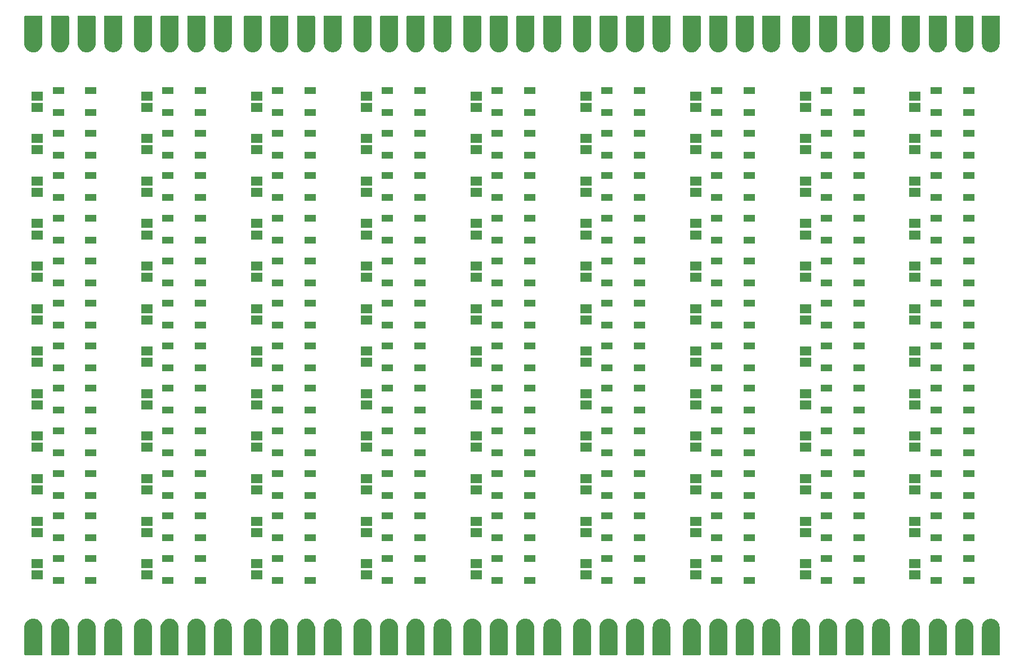
<source format=gts>
G04*
G04 #@! TF.GenerationSoftware,Altium Limited,Altium Designer,21.7.2 (23)*
G04*
G04 Layer_Color=8388736*
%FSLAX44Y44*%
%MOMM*%
G71*
G04*
G04 #@! TF.SameCoordinates,4EA3E7D4-8FC9-4B51-A035-DBAEA2916729*
G04*
G04*
G04 #@! TF.FilePolarity,Negative*
G04*
G01*
G75*
%ADD23R,2.7032X4.2032*%
%ADD24C,2.7032*%
%ADD25C,1.2032*%
%ADD26R,1.6532X1.4532*%
%ADD27R,1.7032X1.1032*%
%ADD28C,1.1032*%
%ADD29C,1.0032*%
G36*
X1435133Y961010D02*
X1435264Y960984D01*
X1435390Y960941D01*
X1435509Y960882D01*
X1435620Y960808D01*
X1435720Y960720D01*
X1435808Y960620D01*
X1435882Y960509D01*
X1435941Y960390D01*
X1435983Y960264D01*
X1436010Y960133D01*
X1436018Y960000D01*
Y920000D01*
Y918354D01*
D01*
Y918354D01*
X1436010Y918222D01*
X1435983Y918091D01*
X1435132Y914912D01*
X1435089Y914786D01*
X1435030Y914666D01*
X1433384Y911816D01*
X1433384Y911816D01*
X1433310Y911705D01*
X1433222Y911605D01*
X1430895Y909278D01*
X1430895Y909278D01*
X1430795Y909190D01*
X1430684Y909116D01*
X1427834Y907470D01*
X1427834Y907470D01*
X1427714Y907411D01*
X1427588Y907368D01*
X1424409Y906517D01*
X1424279Y906491D01*
X1424146Y906482D01*
X1420854D01*
X1420721Y906491D01*
X1420591Y906517D01*
X1417412Y907368D01*
X1417285Y907411D01*
X1417166Y907470D01*
X1414316Y909116D01*
X1414316Y909116D01*
X1414205Y909190D01*
X1414105Y909278D01*
X1411778Y911605D01*
X1411777Y911605D01*
X1411690Y911705D01*
X1411616Y911816D01*
X1409970Y914666D01*
X1409970Y914666D01*
X1409911Y914786D01*
X1409868Y914912D01*
X1409017Y918091D01*
X1408990Y918222D01*
X1408982Y918354D01*
Y920000D01*
Y960000D01*
X1408990Y960133D01*
X1409017Y960264D01*
X1409059Y960390D01*
X1409118Y960509D01*
X1409192Y960620D01*
X1409280Y960720D01*
X1409380Y960808D01*
X1409491Y960882D01*
X1409610Y960941D01*
X1409736Y960984D01*
X1409867Y961010D01*
X1410000Y961018D01*
X1435000D01*
X1435133Y961010D01*
D02*
G37*
G36*
X1395133D02*
X1395264Y960984D01*
X1395390Y960941D01*
X1395509Y960882D01*
X1395620Y960808D01*
X1395720Y960720D01*
X1395808Y960620D01*
X1395882Y960509D01*
X1395941Y960390D01*
X1395983Y960264D01*
X1396010Y960133D01*
X1396018Y960000D01*
Y920000D01*
Y918354D01*
D01*
Y918354D01*
X1396010Y918222D01*
X1395983Y918091D01*
X1395132Y914912D01*
X1395089Y914786D01*
X1395030Y914666D01*
X1393384Y911816D01*
X1393384Y911816D01*
X1393310Y911705D01*
X1393222Y911605D01*
X1390895Y909278D01*
X1390895Y909278D01*
X1390795Y909190D01*
X1390684Y909116D01*
X1387834Y907470D01*
X1387834Y907470D01*
X1387714Y907411D01*
X1387588Y907368D01*
X1384409Y906517D01*
X1384279Y906491D01*
X1384146Y906482D01*
X1380854D01*
X1380721Y906491D01*
X1380591Y906517D01*
X1377412Y907368D01*
X1377285Y907411D01*
X1377166Y907470D01*
X1374316Y909116D01*
X1374316Y909116D01*
X1374205Y909190D01*
X1374105Y909278D01*
X1371778Y911605D01*
X1371777Y911605D01*
X1371690Y911705D01*
X1371616Y911816D01*
X1369970Y914666D01*
X1369970Y914666D01*
X1369911Y914786D01*
X1369868Y914912D01*
X1369017Y918091D01*
X1368990Y918222D01*
X1368982Y918354D01*
Y920000D01*
Y960000D01*
X1368990Y960133D01*
X1369017Y960264D01*
X1369059Y960390D01*
X1369118Y960509D01*
X1369192Y960620D01*
X1369280Y960720D01*
X1369380Y960808D01*
X1369491Y960882D01*
X1369610Y960941D01*
X1369736Y960984D01*
X1369867Y961010D01*
X1370000Y961018D01*
X1395000D01*
X1395133Y961010D01*
D02*
G37*
G36*
X1355133D02*
X1355264Y960984D01*
X1355390Y960941D01*
X1355509Y960882D01*
X1355620Y960808D01*
X1355720Y960720D01*
X1355808Y960620D01*
X1355882Y960509D01*
X1355941Y960390D01*
X1355983Y960264D01*
X1356010Y960133D01*
X1356018Y960000D01*
Y920000D01*
Y918354D01*
D01*
Y918354D01*
X1356010Y918222D01*
X1355983Y918091D01*
X1355132Y914912D01*
X1355089Y914786D01*
X1355030Y914666D01*
X1353384Y911816D01*
X1353384Y911816D01*
X1353310Y911705D01*
X1353222Y911605D01*
X1350895Y909278D01*
X1350895Y909278D01*
X1350795Y909190D01*
X1350684Y909116D01*
X1347834Y907470D01*
X1347834Y907470D01*
X1347714Y907411D01*
X1347588Y907368D01*
X1344409Y906517D01*
X1344279Y906491D01*
X1344146Y906482D01*
X1340854D01*
X1340721Y906491D01*
X1340591Y906517D01*
X1337412Y907368D01*
X1337285Y907411D01*
X1337166Y907470D01*
X1334316Y909116D01*
X1334316Y909116D01*
X1334205Y909190D01*
X1334105Y909278D01*
X1331778Y911605D01*
X1331777Y911605D01*
X1331690Y911705D01*
X1331616Y911816D01*
X1329970Y914666D01*
X1329970Y914666D01*
X1329911Y914786D01*
X1329868Y914912D01*
X1329017Y918091D01*
X1328990Y918222D01*
X1328982Y918354D01*
Y920000D01*
Y960000D01*
X1328990Y960133D01*
X1329017Y960264D01*
X1329059Y960390D01*
X1329118Y960509D01*
X1329192Y960620D01*
X1329280Y960720D01*
X1329380Y960808D01*
X1329491Y960882D01*
X1329610Y960941D01*
X1329736Y960984D01*
X1329867Y961010D01*
X1330000Y961018D01*
X1355000D01*
X1355133Y961010D01*
D02*
G37*
G36*
X1270133D02*
X1270264Y960984D01*
X1270390Y960941D01*
X1270509Y960882D01*
X1270620Y960808D01*
X1270720Y960720D01*
X1270808Y960620D01*
X1270882Y960509D01*
X1270941Y960390D01*
X1270984Y960264D01*
X1271010Y960133D01*
X1271018Y960000D01*
Y920000D01*
Y918354D01*
D01*
Y918354D01*
X1271010Y918222D01*
X1270984Y918091D01*
X1270132Y914912D01*
X1270089Y914786D01*
X1270030Y914666D01*
X1268384Y911816D01*
X1268384Y911816D01*
X1268310Y911705D01*
X1268222Y911605D01*
X1265895Y909278D01*
X1265895Y909278D01*
X1265795Y909190D01*
X1265684Y909116D01*
X1262834Y907470D01*
X1262834Y907470D01*
X1262714Y907411D01*
X1262588Y907368D01*
X1259409Y906517D01*
X1259278Y906491D01*
X1259146Y906482D01*
X1255854D01*
X1255721Y906491D01*
X1255591Y906517D01*
X1252412Y907368D01*
X1252286Y907411D01*
X1252166Y907470D01*
X1249316Y909116D01*
X1249316Y909116D01*
X1249205Y909190D01*
X1249105Y909278D01*
X1246778Y911605D01*
X1246777Y911605D01*
X1246690Y911705D01*
X1246616Y911816D01*
X1244970Y914666D01*
X1244970Y914666D01*
X1244911Y914786D01*
X1244868Y914912D01*
X1244016Y918091D01*
X1243990Y918222D01*
X1243982Y918354D01*
Y920000D01*
Y960000D01*
X1243990Y960133D01*
X1244016Y960264D01*
X1244059Y960390D01*
X1244118Y960509D01*
X1244192Y960620D01*
X1244280Y960720D01*
X1244380Y960808D01*
X1244491Y960882D01*
X1244610Y960941D01*
X1244736Y960984D01*
X1244867Y961010D01*
X1245000Y961018D01*
X1270000D01*
X1270133Y961010D01*
D02*
G37*
G36*
X1230133D02*
X1230264Y960984D01*
X1230390Y960941D01*
X1230509Y960882D01*
X1230620Y960808D01*
X1230720Y960720D01*
X1230808Y960620D01*
X1230882Y960509D01*
X1230941Y960390D01*
X1230984Y960264D01*
X1231010Y960133D01*
X1231018Y960000D01*
Y920000D01*
Y918354D01*
D01*
Y918354D01*
X1231010Y918222D01*
X1230984Y918091D01*
X1230132Y914912D01*
X1230089Y914786D01*
X1230030Y914666D01*
X1228384Y911816D01*
X1228384Y911816D01*
X1228310Y911705D01*
X1228222Y911605D01*
X1225895Y909278D01*
X1225895Y909278D01*
X1225795Y909190D01*
X1225684Y909116D01*
X1222834Y907470D01*
X1222834Y907470D01*
X1222714Y907411D01*
X1222588Y907368D01*
X1219409Y906517D01*
X1219278Y906491D01*
X1219146Y906482D01*
X1215854D01*
X1215721Y906491D01*
X1215591Y906517D01*
X1212412Y907368D01*
X1212286Y907411D01*
X1212166Y907470D01*
X1209316Y909116D01*
X1209316Y909116D01*
X1209205Y909190D01*
X1209105Y909278D01*
X1206778Y911605D01*
X1206777Y911605D01*
X1206690Y911705D01*
X1206616Y911816D01*
X1204970Y914666D01*
X1204970Y914666D01*
X1204911Y914786D01*
X1204868Y914912D01*
X1204016Y918091D01*
X1203990Y918222D01*
X1203982Y918354D01*
Y920000D01*
Y960000D01*
X1203990Y960133D01*
X1204016Y960264D01*
X1204059Y960390D01*
X1204118Y960509D01*
X1204192Y960620D01*
X1204280Y960720D01*
X1204380Y960808D01*
X1204491Y960882D01*
X1204610Y960941D01*
X1204736Y960984D01*
X1204867Y961010D01*
X1205000Y961018D01*
X1230000D01*
X1230133Y961010D01*
D02*
G37*
G36*
X1190133D02*
X1190264Y960984D01*
X1190390Y960941D01*
X1190509Y960882D01*
X1190620Y960808D01*
X1190720Y960720D01*
X1190808Y960620D01*
X1190882Y960509D01*
X1190941Y960390D01*
X1190984Y960264D01*
X1191010Y960133D01*
X1191018Y960000D01*
Y920000D01*
Y918354D01*
D01*
Y918354D01*
X1191010Y918222D01*
X1190984Y918091D01*
X1190132Y914912D01*
X1190089Y914786D01*
X1190030Y914666D01*
X1188384Y911816D01*
X1188384Y911816D01*
X1188310Y911705D01*
X1188222Y911605D01*
X1185895Y909278D01*
X1185895Y909278D01*
X1185795Y909190D01*
X1185684Y909116D01*
X1182834Y907470D01*
X1182834Y907470D01*
X1182714Y907411D01*
X1182588Y907368D01*
X1179409Y906517D01*
X1179278Y906491D01*
X1179146Y906482D01*
X1175854D01*
X1175721Y906491D01*
X1175591Y906517D01*
X1172412Y907368D01*
X1172286Y907411D01*
X1172166Y907470D01*
X1169316Y909116D01*
X1169316Y909116D01*
X1169205Y909190D01*
X1169105Y909278D01*
X1166778Y911605D01*
X1166777Y911605D01*
X1166690Y911705D01*
X1166616Y911816D01*
X1164970Y914666D01*
X1164970Y914666D01*
X1164911Y914786D01*
X1164868Y914912D01*
X1164016Y918091D01*
X1163990Y918222D01*
X1163982Y918354D01*
Y920000D01*
Y960000D01*
X1163990Y960133D01*
X1164016Y960264D01*
X1164059Y960390D01*
X1164118Y960509D01*
X1164192Y960620D01*
X1164280Y960720D01*
X1164380Y960808D01*
X1164491Y960882D01*
X1164610Y960941D01*
X1164736Y960984D01*
X1164867Y961010D01*
X1165000Y961018D01*
X1190000D01*
X1190133Y961010D01*
D02*
G37*
G36*
X1105133D02*
X1105264Y960984D01*
X1105390Y960941D01*
X1105509Y960882D01*
X1105620Y960808D01*
X1105720Y960720D01*
X1105808Y960620D01*
X1105882Y960509D01*
X1105941Y960390D01*
X1105984Y960264D01*
X1106010Y960133D01*
X1106018Y960000D01*
Y920000D01*
Y918354D01*
D01*
Y918354D01*
X1106010Y918222D01*
X1105984Y918091D01*
X1105132Y914912D01*
X1105089Y914786D01*
X1105030Y914666D01*
X1103384Y911816D01*
X1103384Y911816D01*
X1103310Y911705D01*
X1103222Y911605D01*
X1100895Y909278D01*
X1100895Y909278D01*
X1100795Y909190D01*
X1100684Y909116D01*
X1097834Y907470D01*
X1097834Y907470D01*
X1097714Y907411D01*
X1097588Y907368D01*
X1094409Y906517D01*
X1094278Y906491D01*
X1094146Y906482D01*
X1090854D01*
X1090721Y906491D01*
X1090591Y906517D01*
X1087412Y907368D01*
X1087286Y907411D01*
X1087166Y907470D01*
X1084316Y909116D01*
X1084316Y909116D01*
X1084205Y909190D01*
X1084105Y909278D01*
X1081778Y911605D01*
X1081777Y911605D01*
X1081690Y911705D01*
X1081616Y911816D01*
X1079970Y914666D01*
X1079970Y914666D01*
X1079911Y914786D01*
X1079868Y914912D01*
X1079016Y918091D01*
X1078990Y918222D01*
X1078982Y918354D01*
Y920000D01*
Y960000D01*
X1078990Y960133D01*
X1079016Y960264D01*
X1079059Y960390D01*
X1079118Y960509D01*
X1079192Y960620D01*
X1079280Y960720D01*
X1079380Y960808D01*
X1079491Y960882D01*
X1079610Y960941D01*
X1079736Y960984D01*
X1079867Y961010D01*
X1080000Y961018D01*
X1105000D01*
X1105133Y961010D01*
D02*
G37*
G36*
X1065133D02*
X1065264Y960984D01*
X1065390Y960941D01*
X1065509Y960882D01*
X1065620Y960808D01*
X1065720Y960720D01*
X1065808Y960620D01*
X1065882Y960509D01*
X1065941Y960390D01*
X1065984Y960264D01*
X1066010Y960133D01*
X1066018Y960000D01*
Y920000D01*
Y918354D01*
D01*
Y918354D01*
X1066010Y918222D01*
X1065984Y918091D01*
X1065132Y914912D01*
X1065089Y914786D01*
X1065030Y914666D01*
X1063384Y911816D01*
X1063384Y911816D01*
X1063310Y911705D01*
X1063222Y911605D01*
X1060895Y909278D01*
X1060895Y909278D01*
X1060795Y909190D01*
X1060684Y909116D01*
X1057834Y907470D01*
X1057834Y907470D01*
X1057714Y907411D01*
X1057588Y907368D01*
X1054409Y906517D01*
X1054278Y906491D01*
X1054146Y906482D01*
X1050854D01*
X1050721Y906491D01*
X1050591Y906517D01*
X1047412Y907368D01*
X1047286Y907411D01*
X1047166Y907470D01*
X1044316Y909116D01*
X1044316Y909116D01*
X1044205Y909190D01*
X1044105Y909278D01*
X1041778Y911605D01*
X1041777Y911605D01*
X1041690Y911705D01*
X1041616Y911816D01*
X1039970Y914666D01*
X1039970Y914666D01*
X1039911Y914786D01*
X1039868Y914912D01*
X1039016Y918091D01*
X1038990Y918222D01*
X1038982Y918354D01*
Y920000D01*
Y960000D01*
X1038990Y960133D01*
X1039016Y960264D01*
X1039059Y960390D01*
X1039118Y960509D01*
X1039192Y960620D01*
X1039280Y960720D01*
X1039380Y960808D01*
X1039491Y960882D01*
X1039610Y960941D01*
X1039736Y960984D01*
X1039867Y961010D01*
X1040000Y961018D01*
X1065000D01*
X1065133Y961010D01*
D02*
G37*
G36*
X1025133D02*
X1025264Y960984D01*
X1025390Y960941D01*
X1025509Y960882D01*
X1025620Y960808D01*
X1025720Y960720D01*
X1025808Y960620D01*
X1025882Y960509D01*
X1025941Y960390D01*
X1025984Y960264D01*
X1026010Y960133D01*
X1026018Y960000D01*
Y920000D01*
Y918354D01*
D01*
Y918354D01*
X1026010Y918222D01*
X1025984Y918091D01*
X1025132Y914912D01*
X1025089Y914786D01*
X1025030Y914666D01*
X1023384Y911816D01*
X1023384Y911816D01*
X1023310Y911705D01*
X1023222Y911605D01*
X1020895Y909278D01*
X1020895Y909278D01*
X1020795Y909190D01*
X1020684Y909116D01*
X1017834Y907470D01*
X1017834Y907470D01*
X1017714Y907411D01*
X1017588Y907368D01*
X1014409Y906517D01*
X1014278Y906491D01*
X1014146Y906482D01*
X1010854D01*
X1010721Y906491D01*
X1010591Y906517D01*
X1007412Y907368D01*
X1007286Y907411D01*
X1007166Y907470D01*
X1004316Y909116D01*
X1004316Y909116D01*
X1004205Y909190D01*
X1004105Y909278D01*
X1001778Y911605D01*
X1001777Y911605D01*
X1001690Y911705D01*
X1001616Y911816D01*
X999970Y914666D01*
X999970Y914666D01*
X999911Y914786D01*
X999868Y914912D01*
X999016Y918091D01*
X998990Y918222D01*
X998982Y918354D01*
Y920000D01*
Y960000D01*
X998990Y960133D01*
X999016Y960264D01*
X999059Y960390D01*
X999118Y960509D01*
X999192Y960620D01*
X999280Y960720D01*
X999380Y960808D01*
X999491Y960882D01*
X999610Y960941D01*
X999736Y960984D01*
X999867Y961010D01*
X1000000Y961018D01*
X1025000D01*
X1025133Y961010D01*
D02*
G37*
G36*
X940133D02*
X940264Y960984D01*
X940390Y960941D01*
X940509Y960882D01*
X940620Y960808D01*
X940720Y960720D01*
X940808Y960620D01*
X940882Y960509D01*
X940941Y960390D01*
X940984Y960264D01*
X941010Y960133D01*
X941018Y960000D01*
Y920000D01*
Y918354D01*
D01*
Y918354D01*
X941010Y918222D01*
X940984Y918091D01*
X940132Y914912D01*
X940089Y914786D01*
X940030Y914666D01*
X938384Y911816D01*
X938384Y911816D01*
X938310Y911705D01*
X938222Y911605D01*
X935895Y909278D01*
X935895Y909278D01*
X935795Y909190D01*
X935684Y909116D01*
X932834Y907470D01*
X932834Y907470D01*
X932714Y907411D01*
X932588Y907368D01*
X929409Y906517D01*
X929278Y906491D01*
X929146Y906482D01*
X925854D01*
X925721Y906491D01*
X925591Y906517D01*
X922412Y907368D01*
X922286Y907411D01*
X922166Y907470D01*
X919316Y909116D01*
X919316Y909116D01*
X919205Y909190D01*
X919105Y909278D01*
X916778Y911605D01*
X916777Y911605D01*
X916690Y911705D01*
X916616Y911816D01*
X914970Y914666D01*
X914970Y914666D01*
X914911Y914786D01*
X914868Y914912D01*
X914016Y918091D01*
X913990Y918222D01*
X913982Y918354D01*
Y920000D01*
Y960000D01*
X913990Y960133D01*
X914016Y960264D01*
X914059Y960390D01*
X914118Y960509D01*
X914192Y960620D01*
X914280Y960720D01*
X914380Y960808D01*
X914491Y960882D01*
X914610Y960941D01*
X914736Y960984D01*
X914867Y961010D01*
X915000Y961018D01*
X940000D01*
X940133Y961010D01*
D02*
G37*
G36*
X900133D02*
X900264Y960984D01*
X900390Y960941D01*
X900509Y960882D01*
X900620Y960808D01*
X900720Y960720D01*
X900808Y960620D01*
X900882Y960509D01*
X900941Y960390D01*
X900984Y960264D01*
X901010Y960133D01*
X901018Y960000D01*
Y920000D01*
Y918354D01*
D01*
Y918354D01*
X901010Y918222D01*
X900984Y918091D01*
X900132Y914912D01*
X900089Y914786D01*
X900030Y914666D01*
X898384Y911816D01*
X898384Y911816D01*
X898310Y911705D01*
X898222Y911605D01*
X895895Y909278D01*
X895895Y909278D01*
X895795Y909190D01*
X895684Y909116D01*
X892834Y907470D01*
X892834Y907470D01*
X892714Y907411D01*
X892588Y907368D01*
X889409Y906517D01*
X889278Y906491D01*
X889146Y906482D01*
X885854D01*
X885721Y906491D01*
X885591Y906517D01*
X882412Y907368D01*
X882286Y907411D01*
X882166Y907470D01*
X879316Y909116D01*
X879316Y909116D01*
X879205Y909190D01*
X879105Y909278D01*
X876778Y911605D01*
X876777Y911605D01*
X876690Y911705D01*
X876616Y911816D01*
X874970Y914666D01*
X874970Y914666D01*
X874911Y914786D01*
X874868Y914912D01*
X874016Y918091D01*
X873990Y918222D01*
X873982Y918354D01*
Y920000D01*
Y960000D01*
X873990Y960133D01*
X874016Y960264D01*
X874059Y960390D01*
X874118Y960509D01*
X874192Y960620D01*
X874280Y960720D01*
X874380Y960808D01*
X874491Y960882D01*
X874610Y960941D01*
X874736Y960984D01*
X874867Y961010D01*
X875000Y961018D01*
X900000D01*
X900133Y961010D01*
D02*
G37*
G36*
X860133D02*
X860264Y960984D01*
X860390Y960941D01*
X860509Y960882D01*
X860620Y960808D01*
X860720Y960720D01*
X860808Y960620D01*
X860882Y960509D01*
X860941Y960390D01*
X860984Y960264D01*
X861010Y960133D01*
X861018Y960000D01*
Y920000D01*
Y918354D01*
D01*
Y918354D01*
X861010Y918222D01*
X860984Y918091D01*
X860132Y914912D01*
X860089Y914786D01*
X860030Y914666D01*
X858384Y911816D01*
X858384Y911816D01*
X858310Y911705D01*
X858222Y911605D01*
X855895Y909278D01*
X855895Y909278D01*
X855795Y909190D01*
X855684Y909116D01*
X852834Y907470D01*
X852834Y907470D01*
X852714Y907411D01*
X852588Y907368D01*
X849409Y906517D01*
X849278Y906491D01*
X849146Y906482D01*
X845854D01*
X845721Y906491D01*
X845591Y906517D01*
X842412Y907368D01*
X842286Y907411D01*
X842166Y907470D01*
X839316Y909116D01*
X839316Y909116D01*
X839205Y909190D01*
X839105Y909278D01*
X836778Y911605D01*
X836777Y911605D01*
X836690Y911705D01*
X836616Y911816D01*
X834970Y914666D01*
X834970Y914666D01*
X834911Y914786D01*
X834868Y914912D01*
X834016Y918091D01*
X833990Y918222D01*
X833982Y918354D01*
Y920000D01*
Y960000D01*
X833990Y960133D01*
X834016Y960264D01*
X834059Y960390D01*
X834118Y960509D01*
X834192Y960620D01*
X834280Y960720D01*
X834380Y960808D01*
X834491Y960882D01*
X834610Y960941D01*
X834736Y960984D01*
X834867Y961010D01*
X835000Y961018D01*
X860000D01*
X860133Y961010D01*
D02*
G37*
G36*
X775133D02*
X775264Y960984D01*
X775390Y960941D01*
X775509Y960882D01*
X775620Y960808D01*
X775720Y960720D01*
X775808Y960620D01*
X775882Y960509D01*
X775941Y960390D01*
X775984Y960264D01*
X776010Y960133D01*
X776018Y960000D01*
Y920000D01*
Y918354D01*
D01*
Y918354D01*
X776010Y918222D01*
X775984Y918091D01*
X775132Y914912D01*
X775089Y914786D01*
X775030Y914666D01*
X773384Y911816D01*
X773384Y911816D01*
X773310Y911705D01*
X773222Y911605D01*
X770895Y909278D01*
X770895Y909278D01*
X770795Y909190D01*
X770684Y909116D01*
X767834Y907470D01*
X767834Y907470D01*
X767714Y907411D01*
X767588Y907368D01*
X764409Y906517D01*
X764278Y906491D01*
X764146Y906482D01*
X760854D01*
X760721Y906491D01*
X760591Y906517D01*
X757412Y907368D01*
X757286Y907411D01*
X757166Y907470D01*
X754316Y909116D01*
X754316Y909116D01*
X754205Y909190D01*
X754105Y909278D01*
X751778Y911605D01*
X751777Y911605D01*
X751690Y911705D01*
X751616Y911816D01*
X749970Y914666D01*
X749970Y914666D01*
X749911Y914786D01*
X749868Y914912D01*
X749016Y918091D01*
X748990Y918222D01*
X748982Y918354D01*
Y920000D01*
Y960000D01*
X748990Y960133D01*
X749016Y960264D01*
X749059Y960390D01*
X749118Y960509D01*
X749192Y960620D01*
X749280Y960720D01*
X749380Y960808D01*
X749491Y960882D01*
X749610Y960941D01*
X749736Y960984D01*
X749867Y961010D01*
X750000Y961018D01*
X775000D01*
X775133Y961010D01*
D02*
G37*
G36*
X735133D02*
X735264Y960984D01*
X735390Y960941D01*
X735509Y960882D01*
X735620Y960808D01*
X735720Y960720D01*
X735808Y960620D01*
X735882Y960509D01*
X735941Y960390D01*
X735984Y960264D01*
X736010Y960133D01*
X736018Y960000D01*
Y920000D01*
Y918354D01*
D01*
Y918354D01*
X736010Y918222D01*
X735984Y918091D01*
X735132Y914912D01*
X735089Y914786D01*
X735030Y914666D01*
X733384Y911816D01*
X733384Y911816D01*
X733310Y911705D01*
X733222Y911605D01*
X730895Y909278D01*
X730895Y909278D01*
X730795Y909190D01*
X730684Y909116D01*
X727834Y907470D01*
X727834Y907470D01*
X727714Y907411D01*
X727588Y907368D01*
X724409Y906517D01*
X724278Y906491D01*
X724146Y906482D01*
X720854D01*
X720721Y906491D01*
X720591Y906517D01*
X717412Y907368D01*
X717286Y907411D01*
X717166Y907470D01*
X714316Y909116D01*
X714316Y909116D01*
X714205Y909190D01*
X714105Y909278D01*
X711778Y911605D01*
X711777Y911605D01*
X711690Y911705D01*
X711616Y911816D01*
X709970Y914666D01*
X709970Y914666D01*
X709911Y914786D01*
X709868Y914912D01*
X709016Y918091D01*
X708990Y918222D01*
X708982Y918354D01*
Y920000D01*
Y960000D01*
X708990Y960133D01*
X709016Y960264D01*
X709059Y960390D01*
X709118Y960509D01*
X709192Y960620D01*
X709280Y960720D01*
X709380Y960808D01*
X709491Y960882D01*
X709610Y960941D01*
X709736Y960984D01*
X709867Y961010D01*
X710000Y961018D01*
X735000D01*
X735133Y961010D01*
D02*
G37*
G36*
X695133D02*
X695264Y960984D01*
X695390Y960941D01*
X695509Y960882D01*
X695620Y960808D01*
X695720Y960720D01*
X695808Y960620D01*
X695882Y960509D01*
X695941Y960390D01*
X695984Y960264D01*
X696010Y960133D01*
X696018Y960000D01*
Y920000D01*
Y918354D01*
D01*
Y918354D01*
X696010Y918222D01*
X695984Y918091D01*
X695132Y914912D01*
X695089Y914786D01*
X695030Y914666D01*
X693384Y911816D01*
X693384Y911816D01*
X693310Y911705D01*
X693222Y911605D01*
X690895Y909278D01*
X690895Y909278D01*
X690795Y909190D01*
X690684Y909116D01*
X687834Y907470D01*
X687834Y907470D01*
X687714Y907411D01*
X687588Y907368D01*
X684409Y906517D01*
X684278Y906491D01*
X684146Y906482D01*
X680854D01*
X680721Y906491D01*
X680591Y906517D01*
X677412Y907368D01*
X677286Y907411D01*
X677166Y907470D01*
X674316Y909116D01*
X674316Y909116D01*
X674205Y909190D01*
X674105Y909278D01*
X671778Y911605D01*
X671777Y911605D01*
X671690Y911705D01*
X671616Y911816D01*
X669970Y914666D01*
X669970Y914666D01*
X669911Y914786D01*
X669868Y914912D01*
X669016Y918091D01*
X668990Y918222D01*
X668982Y918354D01*
Y920000D01*
Y960000D01*
X668990Y960133D01*
X669016Y960264D01*
X669059Y960390D01*
X669118Y960509D01*
X669192Y960620D01*
X669280Y960720D01*
X669380Y960808D01*
X669491Y960882D01*
X669610Y960941D01*
X669736Y960984D01*
X669867Y961010D01*
X670000Y961018D01*
X695000D01*
X695133Y961010D01*
D02*
G37*
G36*
X610133D02*
X610263Y960984D01*
X610390Y960941D01*
X610509Y960882D01*
X610620Y960808D01*
X610720Y960720D01*
X610808Y960620D01*
X610882Y960509D01*
X610941Y960390D01*
X610984Y960264D01*
X611009Y960133D01*
X611018Y960000D01*
Y920000D01*
Y918354D01*
D01*
Y918354D01*
X611009Y918222D01*
X610984Y918091D01*
X610132Y914912D01*
X610089Y914786D01*
X610030Y914666D01*
X608384Y911816D01*
X608384Y911816D01*
X608310Y911705D01*
X608222Y911605D01*
X605895Y909278D01*
X605895Y909278D01*
X605795Y909190D01*
X605684Y909116D01*
X602834Y907470D01*
X602834Y907470D01*
X602714Y907411D01*
X602588Y907368D01*
X599409Y906517D01*
X599278Y906491D01*
X599146Y906482D01*
X595854D01*
X595721Y906491D01*
X595591Y906517D01*
X592412Y907368D01*
X592285Y907411D01*
X592166Y907470D01*
X589316Y909116D01*
X589316Y909116D01*
X589205Y909190D01*
X589105Y909278D01*
X586778Y911605D01*
X586777Y911605D01*
X586690Y911705D01*
X586616Y911816D01*
X584970Y914666D01*
X584970Y914666D01*
X584911Y914786D01*
X584868Y914912D01*
X584016Y918091D01*
X583991Y918222D01*
X583982Y918354D01*
Y920000D01*
Y960000D01*
X583991Y960133D01*
X584016Y960264D01*
X584059Y960390D01*
X584118Y960509D01*
X584192Y960620D01*
X584280Y960720D01*
X584380Y960808D01*
X584491Y960882D01*
X584610Y960941D01*
X584737Y960984D01*
X584867Y961010D01*
X585000Y961018D01*
X610000D01*
X610133Y961010D01*
D02*
G37*
G36*
X570133D02*
X570263Y960984D01*
X570390Y960941D01*
X570509Y960882D01*
X570620Y960808D01*
X570720Y960720D01*
X570808Y960620D01*
X570882Y960509D01*
X570941Y960390D01*
X570984Y960264D01*
X571009Y960133D01*
X571018Y960000D01*
Y920000D01*
Y918354D01*
D01*
Y918354D01*
X571009Y918222D01*
X570984Y918091D01*
X570132Y914912D01*
X570089Y914786D01*
X570030Y914666D01*
X568384Y911816D01*
X568384Y911816D01*
X568310Y911705D01*
X568222Y911605D01*
X565895Y909278D01*
X565895Y909278D01*
X565795Y909190D01*
X565684Y909116D01*
X562834Y907470D01*
X562834Y907470D01*
X562714Y907411D01*
X562588Y907368D01*
X559409Y906517D01*
X559278Y906491D01*
X559146Y906482D01*
X555854D01*
X555721Y906491D01*
X555591Y906517D01*
X552412Y907368D01*
X552285Y907411D01*
X552166Y907470D01*
X549316Y909116D01*
X549316Y909116D01*
X549205Y909190D01*
X549105Y909278D01*
X546778Y911605D01*
X546777Y911605D01*
X546690Y911705D01*
X546616Y911816D01*
X544970Y914666D01*
X544970Y914666D01*
X544911Y914786D01*
X544868Y914912D01*
X544016Y918091D01*
X543991Y918222D01*
X543982Y918354D01*
Y920000D01*
Y960000D01*
X543991Y960133D01*
X544016Y960264D01*
X544059Y960390D01*
X544118Y960509D01*
X544192Y960620D01*
X544280Y960720D01*
X544380Y960808D01*
X544491Y960882D01*
X544610Y960941D01*
X544737Y960984D01*
X544867Y961010D01*
X545000Y961018D01*
X570000D01*
X570133Y961010D01*
D02*
G37*
G36*
X530133D02*
X530263Y960984D01*
X530390Y960941D01*
X530509Y960882D01*
X530620Y960808D01*
X530720Y960720D01*
X530808Y960620D01*
X530882Y960509D01*
X530941Y960390D01*
X530984Y960264D01*
X531009Y960133D01*
X531018Y960000D01*
Y920000D01*
Y918354D01*
D01*
Y918354D01*
X531009Y918222D01*
X530984Y918091D01*
X530132Y914912D01*
X530089Y914786D01*
X530030Y914666D01*
X528384Y911816D01*
X528384Y911816D01*
X528310Y911705D01*
X528222Y911605D01*
X525895Y909278D01*
X525895Y909278D01*
X525795Y909190D01*
X525684Y909116D01*
X522834Y907470D01*
X522834Y907470D01*
X522714Y907411D01*
X522588Y907368D01*
X519409Y906517D01*
X519278Y906491D01*
X519146Y906482D01*
X515854D01*
X515721Y906491D01*
X515591Y906517D01*
X512412Y907368D01*
X512285Y907411D01*
X512166Y907470D01*
X509316Y909116D01*
X509316Y909116D01*
X509205Y909190D01*
X509105Y909278D01*
X506778Y911605D01*
X506777Y911605D01*
X506690Y911705D01*
X506616Y911816D01*
X504970Y914666D01*
X504970Y914666D01*
X504911Y914786D01*
X504868Y914912D01*
X504016Y918091D01*
X503991Y918222D01*
X503982Y918354D01*
Y920000D01*
Y960000D01*
X503991Y960133D01*
X504016Y960264D01*
X504059Y960390D01*
X504118Y960509D01*
X504192Y960620D01*
X504280Y960720D01*
X504380Y960808D01*
X504491Y960882D01*
X504610Y960941D01*
X504737Y960984D01*
X504867Y961010D01*
X505000Y961018D01*
X530000D01*
X530133Y961010D01*
D02*
G37*
G36*
X445133D02*
X445263Y960984D01*
X445390Y960941D01*
X445509Y960882D01*
X445620Y960808D01*
X445720Y960720D01*
X445808Y960620D01*
X445882Y960509D01*
X445941Y960390D01*
X445984Y960264D01*
X446009Y960133D01*
X446018Y960000D01*
Y920000D01*
Y918354D01*
D01*
Y918354D01*
X446009Y918222D01*
X445984Y918091D01*
X445132Y914912D01*
X445089Y914786D01*
X445030Y914666D01*
X443384Y911816D01*
X443384Y911816D01*
X443310Y911705D01*
X443222Y911605D01*
X440895Y909278D01*
X440895Y909278D01*
X440795Y909190D01*
X440684Y909116D01*
X437834Y907470D01*
X437834Y907470D01*
X437714Y907411D01*
X437588Y907368D01*
X434409Y906517D01*
X434278Y906491D01*
X434146Y906482D01*
X430854D01*
X430721Y906491D01*
X430591Y906517D01*
X427412Y907368D01*
X427285Y907411D01*
X427166Y907470D01*
X424316Y909116D01*
X424316Y909116D01*
X424205Y909190D01*
X424105Y909278D01*
X421778Y911605D01*
X421777Y911605D01*
X421690Y911705D01*
X421616Y911816D01*
X419970Y914666D01*
X419970Y914666D01*
X419911Y914786D01*
X419868Y914912D01*
X419016Y918091D01*
X418991Y918222D01*
X418982Y918354D01*
Y920000D01*
Y960000D01*
X418991Y960133D01*
X419016Y960264D01*
X419059Y960390D01*
X419118Y960509D01*
X419192Y960620D01*
X419280Y960720D01*
X419380Y960808D01*
X419491Y960882D01*
X419610Y960941D01*
X419737Y960984D01*
X419867Y961010D01*
X420000Y961018D01*
X445000D01*
X445133Y961010D01*
D02*
G37*
G36*
X405133D02*
X405263Y960984D01*
X405390Y960941D01*
X405509Y960882D01*
X405620Y960808D01*
X405720Y960720D01*
X405808Y960620D01*
X405882Y960509D01*
X405941Y960390D01*
X405984Y960264D01*
X406009Y960133D01*
X406018Y960000D01*
Y920000D01*
Y918354D01*
D01*
Y918354D01*
X406009Y918222D01*
X405984Y918091D01*
X405132Y914912D01*
X405089Y914786D01*
X405030Y914666D01*
X403384Y911816D01*
X403384Y911816D01*
X403310Y911705D01*
X403222Y911605D01*
X400895Y909278D01*
X400895Y909278D01*
X400795Y909190D01*
X400684Y909116D01*
X397834Y907470D01*
X397834Y907470D01*
X397714Y907411D01*
X397588Y907368D01*
X394409Y906517D01*
X394278Y906491D01*
X394146Y906482D01*
X390854D01*
X390721Y906491D01*
X390591Y906517D01*
X387412Y907368D01*
X387285Y907411D01*
X387166Y907470D01*
X384316Y909116D01*
X384316Y909116D01*
X384205Y909190D01*
X384105Y909278D01*
X381778Y911605D01*
X381777Y911605D01*
X381690Y911705D01*
X381616Y911816D01*
X379970Y914666D01*
X379970Y914666D01*
X379911Y914786D01*
X379868Y914912D01*
X379016Y918091D01*
X378991Y918222D01*
X378982Y918354D01*
Y920000D01*
Y960000D01*
X378991Y960133D01*
X379016Y960264D01*
X379059Y960390D01*
X379118Y960509D01*
X379192Y960620D01*
X379280Y960720D01*
X379380Y960808D01*
X379491Y960882D01*
X379610Y960941D01*
X379737Y960984D01*
X379867Y961010D01*
X380000Y961018D01*
X405000D01*
X405133Y961010D01*
D02*
G37*
G36*
X365133D02*
X365263Y960984D01*
X365390Y960941D01*
X365509Y960882D01*
X365620Y960808D01*
X365720Y960720D01*
X365808Y960620D01*
X365882Y960509D01*
X365941Y960390D01*
X365984Y960264D01*
X366009Y960133D01*
X366018Y960000D01*
Y920000D01*
Y918354D01*
D01*
Y918354D01*
X366009Y918222D01*
X365984Y918091D01*
X365132Y914912D01*
X365089Y914786D01*
X365030Y914666D01*
X363384Y911816D01*
X363384Y911816D01*
X363310Y911705D01*
X363222Y911605D01*
X360895Y909278D01*
X360895Y909278D01*
X360795Y909190D01*
X360684Y909116D01*
X357834Y907470D01*
X357834Y907470D01*
X357714Y907411D01*
X357588Y907368D01*
X354409Y906517D01*
X354278Y906491D01*
X354146Y906482D01*
X350854D01*
X350721Y906491D01*
X350591Y906517D01*
X347412Y907368D01*
X347285Y907411D01*
X347166Y907470D01*
X344316Y909116D01*
X344316Y909116D01*
X344205Y909190D01*
X344105Y909278D01*
X341778Y911605D01*
X341777Y911605D01*
X341690Y911705D01*
X341616Y911816D01*
X339970Y914666D01*
X339970Y914666D01*
X339911Y914786D01*
X339868Y914912D01*
X339016Y918091D01*
X338991Y918222D01*
X338982Y918354D01*
Y920000D01*
Y960000D01*
X338991Y960133D01*
X339016Y960264D01*
X339059Y960390D01*
X339118Y960509D01*
X339192Y960620D01*
X339280Y960720D01*
X339380Y960808D01*
X339491Y960882D01*
X339610Y960941D01*
X339737Y960984D01*
X339867Y961010D01*
X340000Y961018D01*
X365000D01*
X365133Y961010D01*
D02*
G37*
G36*
X280133D02*
X280264Y960984D01*
X280390Y960941D01*
X280509Y960882D01*
X280620Y960808D01*
X280720Y960720D01*
X280808Y960620D01*
X280882Y960509D01*
X280941Y960390D01*
X280984Y960264D01*
X281010Y960133D01*
X281018Y960000D01*
Y920000D01*
Y918354D01*
D01*
Y918354D01*
X281010Y918222D01*
X280984Y918091D01*
X280132Y914912D01*
X280089Y914786D01*
X280030Y914666D01*
X278384Y911816D01*
X278384Y911816D01*
X278310Y911705D01*
X278222Y911605D01*
X275895Y909278D01*
X275895Y909278D01*
X275795Y909190D01*
X275684Y909116D01*
X272834Y907470D01*
X272834Y907470D01*
X272714Y907411D01*
X272588Y907368D01*
X269409Y906517D01*
X269279Y906491D01*
X269146Y906482D01*
X265854D01*
X265721Y906491D01*
X265591Y906517D01*
X262412Y907368D01*
X262285Y907411D01*
X262166Y907470D01*
X259316Y909116D01*
X259316Y909116D01*
X259205Y909190D01*
X259105Y909278D01*
X256778Y911605D01*
X256777Y911605D01*
X256690Y911705D01*
X256616Y911816D01*
X254970Y914666D01*
X254970Y914666D01*
X254911Y914786D01*
X254868Y914912D01*
X254016Y918091D01*
X253990Y918222D01*
X253982Y918354D01*
Y920000D01*
Y960000D01*
X253990Y960133D01*
X254016Y960264D01*
X254059Y960390D01*
X254118Y960509D01*
X254192Y960620D01*
X254280Y960720D01*
X254380Y960808D01*
X254491Y960882D01*
X254610Y960941D01*
X254736Y960984D01*
X254867Y961010D01*
X255000Y961018D01*
X280000D01*
X280133Y961010D01*
D02*
G37*
G36*
X240133D02*
X240264Y960984D01*
X240390Y960941D01*
X240509Y960882D01*
X240620Y960808D01*
X240720Y960720D01*
X240808Y960620D01*
X240882Y960509D01*
X240941Y960390D01*
X240984Y960264D01*
X241010Y960133D01*
X241018Y960000D01*
Y920000D01*
Y918354D01*
D01*
Y918354D01*
X241010Y918222D01*
X240984Y918091D01*
X240132Y914912D01*
X240089Y914786D01*
X240030Y914666D01*
X238384Y911816D01*
X238384Y911816D01*
X238310Y911705D01*
X238222Y911605D01*
X235895Y909278D01*
X235895Y909278D01*
X235795Y909190D01*
X235684Y909116D01*
X232834Y907470D01*
X232834Y907470D01*
X232714Y907411D01*
X232588Y907368D01*
X229409Y906517D01*
X229279Y906491D01*
X229146Y906482D01*
X225854D01*
X225721Y906491D01*
X225591Y906517D01*
X222412Y907368D01*
X222285Y907411D01*
X222166Y907470D01*
X219316Y909116D01*
X219316Y909116D01*
X219205Y909190D01*
X219105Y909278D01*
X216778Y911605D01*
X216777Y911605D01*
X216690Y911705D01*
X216616Y911816D01*
X214970Y914666D01*
X214970Y914666D01*
X214911Y914786D01*
X214868Y914912D01*
X214016Y918091D01*
X213990Y918222D01*
X213982Y918354D01*
Y920000D01*
Y960000D01*
X213990Y960133D01*
X214016Y960264D01*
X214059Y960390D01*
X214118Y960509D01*
X214192Y960620D01*
X214280Y960720D01*
X214380Y960808D01*
X214491Y960882D01*
X214610Y960941D01*
X214736Y960984D01*
X214867Y961010D01*
X215000Y961018D01*
X240000D01*
X240133Y961010D01*
D02*
G37*
G36*
X200133D02*
X200264Y960984D01*
X200390Y960941D01*
X200509Y960882D01*
X200620Y960808D01*
X200720Y960720D01*
X200808Y960620D01*
X200882Y960509D01*
X200941Y960390D01*
X200984Y960264D01*
X201010Y960133D01*
X201018Y960000D01*
Y920000D01*
Y918354D01*
D01*
Y918354D01*
X201010Y918222D01*
X200984Y918091D01*
X200132Y914912D01*
X200089Y914786D01*
X200030Y914666D01*
X198384Y911816D01*
X198384Y911816D01*
X198310Y911705D01*
X198222Y911605D01*
X195895Y909278D01*
X195895Y909278D01*
X195795Y909190D01*
X195684Y909116D01*
X192834Y907470D01*
X192834Y907470D01*
X192714Y907411D01*
X192588Y907368D01*
X189409Y906517D01*
X189279Y906491D01*
X189146Y906482D01*
X185854D01*
X185721Y906491D01*
X185591Y906517D01*
X182412Y907368D01*
X182285Y907411D01*
X182166Y907470D01*
X179316Y909116D01*
X179316Y909116D01*
X179205Y909190D01*
X179105Y909278D01*
X176778Y911605D01*
X176777Y911605D01*
X176690Y911705D01*
X176616Y911816D01*
X174970Y914666D01*
X174970Y914666D01*
X174911Y914786D01*
X174868Y914912D01*
X174016Y918091D01*
X173990Y918222D01*
X173982Y918354D01*
Y920000D01*
Y960000D01*
X173990Y960133D01*
X174016Y960264D01*
X174059Y960390D01*
X174118Y960509D01*
X174192Y960620D01*
X174280Y960720D01*
X174380Y960808D01*
X174491Y960882D01*
X174610Y960941D01*
X174736Y960984D01*
X174867Y961010D01*
X175000Y961018D01*
X200000D01*
X200133Y961010D01*
D02*
G37*
G36*
X115133D02*
X115264Y960984D01*
X115390Y960941D01*
X115509Y960882D01*
X115620Y960808D01*
X115720Y960720D01*
X115808Y960620D01*
X115882Y960509D01*
X115941Y960390D01*
X115983Y960264D01*
X116010Y960133D01*
X116018Y960000D01*
Y920000D01*
Y918354D01*
D01*
Y918354D01*
X116010Y918222D01*
X115983Y918091D01*
X115132Y914912D01*
X115089Y914786D01*
X115030Y914666D01*
X113384Y911816D01*
X113384Y911816D01*
X113310Y911705D01*
X113222Y911605D01*
X110895Y909278D01*
X110895Y909278D01*
X110795Y909190D01*
X110684Y909116D01*
X107834Y907470D01*
X107834Y907470D01*
X107714Y907411D01*
X107588Y907368D01*
X104409Y906517D01*
X104278Y906491D01*
X104146Y906482D01*
X100854D01*
X100721Y906491D01*
X100591Y906517D01*
X97412Y907368D01*
X97285Y907411D01*
X97166Y907470D01*
X94316Y909116D01*
X94316Y909116D01*
X94205Y909190D01*
X94105Y909278D01*
X91778Y911605D01*
X91777Y911605D01*
X91690Y911705D01*
X91616Y911816D01*
X89970Y914666D01*
X89970Y914666D01*
X89911Y914786D01*
X89868Y914912D01*
X89017Y918091D01*
X88990Y918222D01*
X88982Y918354D01*
Y920000D01*
Y960000D01*
X88990Y960133D01*
X89017Y960264D01*
X89059Y960390D01*
X89118Y960509D01*
X89192Y960620D01*
X89280Y960720D01*
X89380Y960808D01*
X89491Y960882D01*
X89610Y960941D01*
X89736Y960984D01*
X89867Y961010D01*
X90000Y961018D01*
X115000D01*
X115133Y961010D01*
D02*
G37*
G36*
X75133D02*
X75264Y960984D01*
X75390Y960941D01*
X75509Y960882D01*
X75620Y960808D01*
X75720Y960720D01*
X75808Y960620D01*
X75882Y960509D01*
X75941Y960390D01*
X75984Y960264D01*
X76009Y960133D01*
X76018Y960000D01*
Y920000D01*
Y918354D01*
D01*
Y918354D01*
X76009Y918222D01*
X75984Y918091D01*
X75132Y914912D01*
X75089Y914786D01*
X75030Y914666D01*
X73384Y911816D01*
X73384Y911816D01*
X73310Y911705D01*
X73222Y911605D01*
X70895Y909278D01*
X70895Y909278D01*
X70795Y909190D01*
X70684Y909116D01*
X67834Y907470D01*
X67834Y907470D01*
X67714Y907411D01*
X67588Y907368D01*
X64409Y906517D01*
X64278Y906491D01*
X64146Y906482D01*
X60854D01*
X60721Y906491D01*
X60591Y906517D01*
X57412Y907368D01*
X57285Y907411D01*
X57166Y907470D01*
X54316Y909116D01*
X54316Y909116D01*
X54205Y909190D01*
X54105Y909278D01*
X51778Y911605D01*
X51778Y911605D01*
X51690Y911705D01*
X51616Y911816D01*
X49970Y914666D01*
X49970Y914666D01*
X49911Y914786D01*
X49868Y914912D01*
X49016Y918091D01*
X48991Y918222D01*
X48982Y918354D01*
Y920000D01*
Y960000D01*
X48991Y960133D01*
X49016Y960264D01*
X49059Y960390D01*
X49118Y960509D01*
X49192Y960620D01*
X49280Y960720D01*
X49380Y960808D01*
X49491Y960882D01*
X49610Y960941D01*
X49736Y960984D01*
X49867Y961010D01*
X50000Y961018D01*
X75000D01*
X75133Y961010D01*
D02*
G37*
G36*
X35133D02*
X35264Y960984D01*
X35390Y960941D01*
X35509Y960882D01*
X35620Y960808D01*
X35720Y960720D01*
X35808Y960620D01*
X35882Y960509D01*
X35941Y960390D01*
X35984Y960264D01*
X36010Y960133D01*
X36018Y960000D01*
Y920000D01*
Y918354D01*
D01*
Y918354D01*
X36010Y918222D01*
X35984Y918091D01*
X35132Y914912D01*
X35089Y914786D01*
X35030Y914666D01*
X33384Y911816D01*
X33384Y911816D01*
X33310Y911705D01*
X33222Y911605D01*
X30895Y909278D01*
X30895Y909278D01*
X30795Y909190D01*
X30684Y909116D01*
X27834Y907470D01*
X27834Y907470D01*
X27714Y907411D01*
X27588Y907368D01*
X24409Y906517D01*
X24279Y906491D01*
X24146Y906482D01*
X20854D01*
X20721Y906491D01*
X20591Y906517D01*
X17412Y907368D01*
X17285Y907411D01*
X17166Y907470D01*
X14316Y909116D01*
X14316Y909116D01*
X14205Y909190D01*
X14105Y909278D01*
X11778Y911605D01*
X11777Y911605D01*
X11690Y911705D01*
X11616Y911816D01*
X9970Y914666D01*
X9970Y914666D01*
X9911Y914786D01*
X9868Y914912D01*
X9017Y918091D01*
X8990Y918222D01*
X8982Y918354D01*
Y920000D01*
Y960000D01*
X8990Y960133D01*
X9017Y960264D01*
X9059Y960390D01*
X9118Y960509D01*
X9192Y960620D01*
X9280Y960720D01*
X9380Y960808D01*
X9491Y960882D01*
X9610Y960941D01*
X9736Y960984D01*
X9867Y961010D01*
X10000Y961018D01*
X35000D01*
X35133Y961010D01*
D02*
G37*
G36*
X1424279Y53509D02*
X1424409Y53484D01*
X1427588Y52632D01*
X1427714Y52589D01*
X1427834Y52530D01*
X1430684Y50884D01*
X1430795Y50810D01*
X1430895Y50722D01*
X1430895Y50722D01*
X1433222Y48395D01*
X1433310Y48295D01*
X1433384Y48184D01*
X1433384Y48184D01*
X1435030Y45334D01*
X1435089Y45215D01*
X1435132Y45088D01*
X1435983Y41909D01*
X1436010Y41779D01*
X1436018Y41646D01*
D01*
Y41646D01*
Y40000D01*
Y0D01*
X1436010Y-133D01*
X1435983Y-264D01*
X1435941Y-390D01*
X1435882Y-509D01*
X1435808Y-620D01*
X1435720Y-720D01*
X1435620Y-808D01*
X1435509Y-882D01*
X1435390Y-941D01*
X1435264Y-984D01*
X1435133Y-1009D01*
X1435000Y-1018D01*
X1410000D01*
X1409867Y-1009D01*
X1409736Y-984D01*
X1409610Y-941D01*
X1409491Y-882D01*
X1409380Y-808D01*
X1409280Y-720D01*
X1409192Y-620D01*
X1409118Y-509D01*
X1409059Y-390D01*
X1409017Y-264D01*
X1408990Y-133D01*
X1408982Y0D01*
Y40000D01*
Y41646D01*
X1408990Y41779D01*
X1409017Y41909D01*
X1409868Y45088D01*
X1409911Y45215D01*
X1409970Y45334D01*
X1409970Y45334D01*
X1411616Y48184D01*
X1411690Y48295D01*
X1411777Y48395D01*
X1411778Y48395D01*
X1414105Y50722D01*
X1414205Y50810D01*
X1414316Y50884D01*
X1414316Y50884D01*
X1417166Y52530D01*
X1417285Y52589D01*
X1417412Y52632D01*
X1420591Y53484D01*
X1420721Y53509D01*
X1420854Y53518D01*
D01*
X1420854D01*
X1424146D01*
X1424279Y53509D01*
D02*
G37*
G36*
X1384279D02*
X1384409Y53484D01*
X1387588Y52632D01*
X1387714Y52589D01*
X1387834Y52530D01*
X1390684Y50884D01*
X1390795Y50810D01*
X1390895Y50722D01*
X1390895Y50722D01*
X1393222Y48395D01*
X1393310Y48295D01*
X1393384Y48184D01*
X1393384Y48184D01*
X1395030Y45334D01*
X1395089Y45215D01*
X1395132Y45088D01*
X1395983Y41909D01*
X1396010Y41779D01*
X1396018Y41646D01*
D01*
Y41646D01*
Y40000D01*
Y0D01*
X1396010Y-133D01*
X1395983Y-264D01*
X1395941Y-390D01*
X1395882Y-509D01*
X1395808Y-620D01*
X1395720Y-720D01*
X1395620Y-808D01*
X1395509Y-882D01*
X1395390Y-941D01*
X1395264Y-984D01*
X1395133Y-1009D01*
X1395000Y-1018D01*
X1370000D01*
X1369867Y-1009D01*
X1369736Y-984D01*
X1369610Y-941D01*
X1369491Y-882D01*
X1369380Y-808D01*
X1369280Y-720D01*
X1369192Y-620D01*
X1369118Y-509D01*
X1369059Y-390D01*
X1369017Y-264D01*
X1368990Y-133D01*
X1368982Y0D01*
Y40000D01*
Y41646D01*
X1368990Y41779D01*
X1369017Y41909D01*
X1369868Y45088D01*
X1369911Y45215D01*
X1369970Y45334D01*
X1369970Y45334D01*
X1371616Y48184D01*
X1371690Y48295D01*
X1371777Y48395D01*
X1371778Y48395D01*
X1374105Y50722D01*
X1374205Y50810D01*
X1374316Y50884D01*
X1374316Y50884D01*
X1377166Y52530D01*
X1377285Y52589D01*
X1377412Y52632D01*
X1380591Y53484D01*
X1380721Y53509D01*
X1380854Y53518D01*
X1380854D01*
D01*
X1384146D01*
X1384279Y53509D01*
D02*
G37*
G36*
X1344279D02*
X1344409Y53484D01*
X1347588Y52632D01*
X1347714Y52589D01*
X1347834Y52530D01*
X1350684Y50884D01*
X1350795Y50810D01*
X1350895Y50722D01*
X1350895Y50722D01*
X1353222Y48395D01*
X1353310Y48295D01*
X1353384Y48184D01*
X1353384Y48184D01*
X1355030Y45334D01*
X1355089Y45215D01*
X1355132Y45088D01*
X1355983Y41909D01*
X1356010Y41779D01*
X1356018Y41646D01*
D01*
Y41646D01*
Y40000D01*
Y0D01*
X1356010Y-133D01*
X1355983Y-264D01*
X1355941Y-390D01*
X1355882Y-509D01*
X1355808Y-620D01*
X1355720Y-720D01*
X1355620Y-808D01*
X1355509Y-882D01*
X1355390Y-941D01*
X1355264Y-984D01*
X1355133Y-1009D01*
X1355000Y-1018D01*
X1330000D01*
X1329867Y-1009D01*
X1329736Y-984D01*
X1329610Y-941D01*
X1329491Y-882D01*
X1329380Y-808D01*
X1329280Y-720D01*
X1329192Y-620D01*
X1329118Y-509D01*
X1329059Y-390D01*
X1329017Y-264D01*
X1328990Y-133D01*
X1328982Y0D01*
Y40000D01*
Y41646D01*
X1328990Y41779D01*
X1329017Y41909D01*
X1329868Y45088D01*
X1329911Y45215D01*
X1329970Y45334D01*
X1329970Y45334D01*
X1331616Y48184D01*
X1331690Y48295D01*
X1331777Y48395D01*
X1331778Y48395D01*
X1334105Y50722D01*
X1334205Y50810D01*
X1334316Y50884D01*
X1334316Y50884D01*
X1337166Y52530D01*
X1337285Y52589D01*
X1337412Y52632D01*
X1340591Y53484D01*
X1340721Y53509D01*
X1340854Y53518D01*
D01*
X1340854D01*
X1344146D01*
X1344279Y53509D01*
D02*
G37*
G36*
X1259279D02*
X1259409Y53484D01*
X1262588Y52632D01*
X1262714Y52589D01*
X1262834Y52530D01*
X1265684Y50884D01*
X1265795Y50810D01*
X1265895Y50722D01*
X1265895Y50722D01*
X1268222Y48395D01*
X1268310Y48295D01*
X1268384Y48184D01*
X1268384Y48184D01*
X1270030Y45334D01*
X1270089Y45215D01*
X1270132Y45088D01*
X1270984Y41909D01*
X1271010Y41779D01*
X1271018Y41646D01*
D01*
Y41646D01*
Y40000D01*
Y0D01*
X1271010Y-133D01*
X1270984Y-264D01*
X1270941Y-390D01*
X1270882Y-509D01*
X1270808Y-620D01*
X1270720Y-720D01*
X1270620Y-808D01*
X1270509Y-882D01*
X1270390Y-941D01*
X1270264Y-984D01*
X1270133Y-1009D01*
X1270000Y-1018D01*
X1245000D01*
X1244867Y-1009D01*
X1244736Y-984D01*
X1244610Y-941D01*
X1244491Y-882D01*
X1244380Y-808D01*
X1244280Y-720D01*
X1244192Y-620D01*
X1244118Y-509D01*
X1244059Y-390D01*
X1244016Y-264D01*
X1243990Y-133D01*
X1243982Y0D01*
Y40000D01*
Y41646D01*
X1243990Y41779D01*
X1244016Y41909D01*
X1244868Y45088D01*
X1244911Y45215D01*
X1244970Y45334D01*
X1244970Y45334D01*
X1246616Y48184D01*
X1246690Y48295D01*
X1246777Y48395D01*
X1246778Y48395D01*
X1249105Y50722D01*
X1249205Y50810D01*
X1249316Y50884D01*
X1249316Y50884D01*
X1252166Y52530D01*
X1252286Y52589D01*
X1252412Y52632D01*
X1255591Y53484D01*
X1255721Y53509D01*
X1255854Y53518D01*
X1255854D01*
D01*
X1259146D01*
X1259279Y53509D01*
D02*
G37*
G36*
X1219279D02*
X1219409Y53484D01*
X1222588Y52632D01*
X1222714Y52589D01*
X1222834Y52530D01*
X1225684Y50884D01*
X1225795Y50810D01*
X1225895Y50722D01*
X1225895Y50722D01*
X1228222Y48395D01*
X1228310Y48295D01*
X1228384Y48184D01*
X1228384Y48184D01*
X1230030Y45334D01*
X1230089Y45215D01*
X1230132Y45088D01*
X1230984Y41909D01*
X1231010Y41779D01*
X1231018Y41646D01*
D01*
Y41646D01*
Y40000D01*
Y0D01*
X1231010Y-133D01*
X1230984Y-264D01*
X1230941Y-390D01*
X1230882Y-509D01*
X1230808Y-620D01*
X1230720Y-720D01*
X1230620Y-808D01*
X1230509Y-882D01*
X1230390Y-941D01*
X1230264Y-984D01*
X1230133Y-1009D01*
X1230000Y-1018D01*
X1205000D01*
X1204867Y-1009D01*
X1204736Y-984D01*
X1204610Y-941D01*
X1204491Y-882D01*
X1204380Y-808D01*
X1204280Y-720D01*
X1204192Y-620D01*
X1204118Y-509D01*
X1204059Y-390D01*
X1204016Y-264D01*
X1203990Y-133D01*
X1203982Y0D01*
Y40000D01*
Y41646D01*
X1203990Y41779D01*
X1204016Y41909D01*
X1204868Y45088D01*
X1204911Y45215D01*
X1204970Y45334D01*
X1204970Y45334D01*
X1206616Y48184D01*
X1206690Y48295D01*
X1206777Y48395D01*
X1206778Y48395D01*
X1209105Y50722D01*
X1209205Y50810D01*
X1209316Y50884D01*
X1209316Y50884D01*
X1212166Y52530D01*
X1212286Y52589D01*
X1212412Y52632D01*
X1215591Y53484D01*
X1215721Y53509D01*
X1215854Y53518D01*
D01*
X1215854D01*
X1219146D01*
X1219279Y53509D01*
D02*
G37*
G36*
X1179279D02*
X1179409Y53484D01*
X1182588Y52632D01*
X1182714Y52589D01*
X1182834Y52530D01*
X1185684Y50884D01*
X1185795Y50810D01*
X1185895Y50722D01*
X1185895Y50722D01*
X1188222Y48395D01*
X1188310Y48295D01*
X1188384Y48184D01*
X1188384Y48184D01*
X1190030Y45334D01*
X1190089Y45215D01*
X1190132Y45088D01*
X1190984Y41909D01*
X1191010Y41779D01*
X1191018Y41646D01*
D01*
Y41646D01*
Y40000D01*
Y0D01*
X1191010Y-133D01*
X1190984Y-264D01*
X1190941Y-390D01*
X1190882Y-509D01*
X1190808Y-620D01*
X1190720Y-720D01*
X1190620Y-808D01*
X1190509Y-882D01*
X1190390Y-941D01*
X1190264Y-984D01*
X1190133Y-1009D01*
X1190000Y-1018D01*
X1165000D01*
X1164867Y-1009D01*
X1164736Y-984D01*
X1164610Y-941D01*
X1164491Y-882D01*
X1164380Y-808D01*
X1164280Y-720D01*
X1164192Y-620D01*
X1164118Y-509D01*
X1164059Y-390D01*
X1164016Y-264D01*
X1163990Y-133D01*
X1163982Y0D01*
Y40000D01*
Y41646D01*
X1163990Y41779D01*
X1164016Y41909D01*
X1164868Y45088D01*
X1164911Y45215D01*
X1164970Y45334D01*
X1164970Y45334D01*
X1166616Y48184D01*
X1166690Y48295D01*
X1166777Y48395D01*
X1166778Y48395D01*
X1169105Y50722D01*
X1169205Y50810D01*
X1169316Y50884D01*
X1169316Y50884D01*
X1172166Y52530D01*
X1172286Y52589D01*
X1172412Y52632D01*
X1175591Y53484D01*
X1175721Y53509D01*
X1175854Y53518D01*
X1175854D01*
D01*
X1179146D01*
X1179279Y53509D01*
D02*
G37*
G36*
X1094279D02*
X1094409Y53484D01*
X1097588Y52632D01*
X1097714Y52589D01*
X1097834Y52530D01*
X1100684Y50884D01*
X1100795Y50810D01*
X1100895Y50722D01*
X1100895Y50722D01*
X1103222Y48395D01*
X1103310Y48295D01*
X1103384Y48184D01*
X1103384Y48184D01*
X1105030Y45334D01*
X1105089Y45215D01*
X1105132Y45088D01*
X1105984Y41909D01*
X1106010Y41779D01*
X1106018Y41646D01*
D01*
Y41646D01*
Y40000D01*
Y0D01*
X1106010Y-133D01*
X1105984Y-264D01*
X1105941Y-390D01*
X1105882Y-509D01*
X1105808Y-620D01*
X1105720Y-720D01*
X1105620Y-808D01*
X1105509Y-882D01*
X1105390Y-941D01*
X1105264Y-984D01*
X1105133Y-1009D01*
X1105000Y-1018D01*
X1080000D01*
X1079867Y-1009D01*
X1079736Y-984D01*
X1079610Y-941D01*
X1079491Y-882D01*
X1079380Y-808D01*
X1079280Y-720D01*
X1079192Y-620D01*
X1079118Y-509D01*
X1079059Y-390D01*
X1079016Y-264D01*
X1078990Y-133D01*
X1078982Y0D01*
Y40000D01*
Y41646D01*
X1078990Y41779D01*
X1079016Y41909D01*
X1079868Y45088D01*
X1079911Y45215D01*
X1079970Y45334D01*
X1079970Y45334D01*
X1081616Y48184D01*
X1081690Y48295D01*
X1081777Y48395D01*
X1081778Y48395D01*
X1084105Y50722D01*
X1084205Y50810D01*
X1084316Y50884D01*
X1084316Y50884D01*
X1087166Y52530D01*
X1087286Y52589D01*
X1087412Y52632D01*
X1090591Y53484D01*
X1090721Y53509D01*
X1090854Y53518D01*
D01*
X1090854D01*
X1094146D01*
X1094279Y53509D01*
D02*
G37*
G36*
X1054279D02*
X1054409Y53484D01*
X1057588Y52632D01*
X1057714Y52589D01*
X1057834Y52530D01*
X1060684Y50884D01*
X1060795Y50810D01*
X1060895Y50722D01*
X1060895Y50722D01*
X1063222Y48395D01*
X1063310Y48295D01*
X1063384Y48184D01*
X1063384Y48184D01*
X1065030Y45334D01*
X1065089Y45215D01*
X1065132Y45088D01*
X1065984Y41909D01*
X1066010Y41779D01*
X1066018Y41646D01*
D01*
Y41646D01*
Y40000D01*
Y0D01*
X1066010Y-133D01*
X1065984Y-264D01*
X1065941Y-390D01*
X1065882Y-509D01*
X1065808Y-620D01*
X1065720Y-720D01*
X1065620Y-808D01*
X1065509Y-882D01*
X1065390Y-941D01*
X1065264Y-984D01*
X1065133Y-1009D01*
X1065000Y-1018D01*
X1040000D01*
X1039867Y-1009D01*
X1039736Y-984D01*
X1039610Y-941D01*
X1039491Y-882D01*
X1039380Y-808D01*
X1039280Y-720D01*
X1039192Y-620D01*
X1039118Y-509D01*
X1039059Y-390D01*
X1039016Y-264D01*
X1038990Y-133D01*
X1038982Y0D01*
Y40000D01*
Y41646D01*
X1038990Y41779D01*
X1039016Y41909D01*
X1039868Y45088D01*
X1039911Y45215D01*
X1039970Y45334D01*
X1039970Y45334D01*
X1041616Y48184D01*
X1041690Y48295D01*
X1041777Y48395D01*
X1041778Y48395D01*
X1044105Y50722D01*
X1044205Y50810D01*
X1044316Y50884D01*
X1044316Y50884D01*
X1047166Y52530D01*
X1047286Y52589D01*
X1047412Y52632D01*
X1050591Y53484D01*
X1050721Y53509D01*
X1050854Y53518D01*
X1050854D01*
D01*
X1054146D01*
X1054279Y53509D01*
D02*
G37*
G36*
X1014279D02*
X1014409Y53484D01*
X1017588Y52632D01*
X1017714Y52589D01*
X1017834Y52530D01*
X1020684Y50884D01*
X1020795Y50810D01*
X1020895Y50722D01*
X1020895Y50722D01*
X1023222Y48395D01*
X1023310Y48295D01*
X1023384Y48184D01*
X1023384Y48184D01*
X1025030Y45334D01*
X1025089Y45215D01*
X1025132Y45088D01*
X1025984Y41909D01*
X1026010Y41779D01*
X1026018Y41646D01*
D01*
Y41646D01*
Y40000D01*
Y0D01*
X1026010Y-133D01*
X1025984Y-264D01*
X1025941Y-390D01*
X1025882Y-509D01*
X1025808Y-620D01*
X1025720Y-720D01*
X1025620Y-808D01*
X1025509Y-882D01*
X1025390Y-941D01*
X1025264Y-984D01*
X1025133Y-1009D01*
X1025000Y-1018D01*
X1000000D01*
X999867Y-1009D01*
X999736Y-984D01*
X999610Y-941D01*
X999491Y-882D01*
X999380Y-808D01*
X999280Y-720D01*
X999192Y-620D01*
X999118Y-509D01*
X999059Y-390D01*
X999016Y-264D01*
X998990Y-133D01*
X998982Y0D01*
Y40000D01*
Y41646D01*
X998990Y41779D01*
X999016Y41909D01*
X999868Y45088D01*
X999911Y45215D01*
X999970Y45334D01*
X999970Y45334D01*
X1001616Y48184D01*
X1001690Y48295D01*
X1001777Y48395D01*
X1001778Y48395D01*
X1004105Y50722D01*
X1004205Y50810D01*
X1004316Y50884D01*
X1004316Y50884D01*
X1007166Y52530D01*
X1007286Y52589D01*
X1007412Y52632D01*
X1010591Y53484D01*
X1010721Y53509D01*
X1010854Y53518D01*
D01*
X1010854D01*
X1014146D01*
X1014279Y53509D01*
D02*
G37*
G36*
X929279D02*
X929409Y53484D01*
X932588Y52632D01*
X932714Y52589D01*
X932834Y52530D01*
X935684Y50884D01*
X935795Y50810D01*
X935895Y50722D01*
X935895Y50722D01*
X938222Y48395D01*
X938310Y48295D01*
X938384Y48184D01*
X938384Y48184D01*
X940030Y45334D01*
X940089Y45215D01*
X940132Y45088D01*
X940984Y41909D01*
X941010Y41779D01*
X941018Y41646D01*
D01*
Y41646D01*
Y40000D01*
Y0D01*
X941010Y-133D01*
X940984Y-264D01*
X940941Y-390D01*
X940882Y-509D01*
X940808Y-620D01*
X940720Y-720D01*
X940620Y-808D01*
X940509Y-882D01*
X940390Y-941D01*
X940264Y-984D01*
X940133Y-1009D01*
X940000Y-1018D01*
X915000D01*
X914867Y-1009D01*
X914736Y-984D01*
X914610Y-941D01*
X914491Y-882D01*
X914380Y-808D01*
X914280Y-720D01*
X914192Y-620D01*
X914118Y-509D01*
X914059Y-390D01*
X914016Y-264D01*
X913990Y-133D01*
X913982Y0D01*
Y40000D01*
Y41646D01*
X913990Y41779D01*
X914016Y41909D01*
X914868Y45088D01*
X914911Y45215D01*
X914970Y45334D01*
X914970Y45334D01*
X916616Y48184D01*
X916690Y48295D01*
X916777Y48395D01*
X916778Y48395D01*
X919105Y50722D01*
X919205Y50810D01*
X919316Y50884D01*
X919316Y50884D01*
X922166Y52530D01*
X922286Y52589D01*
X922412Y52632D01*
X925591Y53484D01*
X925721Y53509D01*
X925854Y53518D01*
X925854D01*
D01*
X929146D01*
X929279Y53509D01*
D02*
G37*
G36*
X889279D02*
X889409Y53484D01*
X892588Y52632D01*
X892714Y52589D01*
X892834Y52530D01*
X895684Y50884D01*
X895795Y50810D01*
X895895Y50722D01*
X895895Y50722D01*
X898222Y48395D01*
X898310Y48295D01*
X898384Y48184D01*
X898384Y48184D01*
X900030Y45334D01*
X900089Y45215D01*
X900132Y45088D01*
X900984Y41909D01*
X901010Y41779D01*
X901018Y41646D01*
D01*
Y41646D01*
Y40000D01*
Y0D01*
X901010Y-133D01*
X900984Y-264D01*
X900941Y-390D01*
X900882Y-509D01*
X900808Y-620D01*
X900720Y-720D01*
X900620Y-808D01*
X900509Y-882D01*
X900390Y-941D01*
X900264Y-984D01*
X900133Y-1009D01*
X900000Y-1018D01*
X875000D01*
X874867Y-1009D01*
X874736Y-984D01*
X874610Y-941D01*
X874491Y-882D01*
X874380Y-808D01*
X874280Y-720D01*
X874192Y-620D01*
X874118Y-509D01*
X874059Y-390D01*
X874016Y-264D01*
X873990Y-133D01*
X873982Y0D01*
Y40000D01*
Y41646D01*
X873990Y41779D01*
X874016Y41909D01*
X874868Y45088D01*
X874911Y45215D01*
X874970Y45334D01*
X874970Y45334D01*
X876616Y48184D01*
X876690Y48295D01*
X876777Y48395D01*
X876778Y48395D01*
X879105Y50722D01*
X879205Y50810D01*
X879316Y50884D01*
X879316Y50884D01*
X882166Y52530D01*
X882286Y52589D01*
X882412Y52632D01*
X885591Y53484D01*
X885721Y53509D01*
X885854Y53518D01*
D01*
X885854D01*
X889146D01*
X889279Y53509D01*
D02*
G37*
G36*
X849279D02*
X849409Y53484D01*
X852588Y52632D01*
X852714Y52589D01*
X852834Y52530D01*
X855684Y50884D01*
X855795Y50810D01*
X855895Y50722D01*
X855895Y50722D01*
X858222Y48395D01*
X858310Y48295D01*
X858384Y48184D01*
X858384Y48184D01*
X860030Y45334D01*
X860089Y45215D01*
X860132Y45088D01*
X860984Y41909D01*
X861010Y41779D01*
X861018Y41646D01*
D01*
Y41646D01*
Y40000D01*
Y0D01*
X861010Y-133D01*
X860984Y-264D01*
X860941Y-390D01*
X860882Y-509D01*
X860808Y-620D01*
X860720Y-720D01*
X860620Y-808D01*
X860509Y-882D01*
X860390Y-941D01*
X860264Y-984D01*
X860133Y-1009D01*
X860000Y-1018D01*
X835000D01*
X834867Y-1009D01*
X834736Y-984D01*
X834610Y-941D01*
X834491Y-882D01*
X834380Y-808D01*
X834280Y-720D01*
X834192Y-620D01*
X834118Y-509D01*
X834059Y-390D01*
X834016Y-264D01*
X833990Y-133D01*
X833982Y0D01*
Y40000D01*
Y41646D01*
X833990Y41779D01*
X834016Y41909D01*
X834868Y45088D01*
X834911Y45215D01*
X834970Y45334D01*
X834970Y45334D01*
X836616Y48184D01*
X836690Y48295D01*
X836777Y48395D01*
X836778Y48395D01*
X839105Y50722D01*
X839205Y50810D01*
X839316Y50884D01*
X839316Y50884D01*
X842166Y52530D01*
X842286Y52589D01*
X842412Y52632D01*
X845591Y53484D01*
X845721Y53509D01*
X845854Y53518D01*
X845854D01*
D01*
X849146D01*
X849279Y53509D01*
D02*
G37*
G36*
X764279D02*
X764409Y53484D01*
X767588Y52632D01*
X767714Y52589D01*
X767834Y52530D01*
X770684Y50884D01*
X770795Y50810D01*
X770895Y50722D01*
X770895Y50722D01*
X773222Y48395D01*
X773310Y48295D01*
X773384Y48184D01*
X773384Y48184D01*
X775030Y45334D01*
X775089Y45215D01*
X775132Y45088D01*
X775984Y41909D01*
X776010Y41779D01*
X776018Y41646D01*
D01*
Y41646D01*
Y40000D01*
Y0D01*
X776010Y-133D01*
X775984Y-264D01*
X775941Y-390D01*
X775882Y-509D01*
X775808Y-620D01*
X775720Y-720D01*
X775620Y-808D01*
X775509Y-882D01*
X775390Y-941D01*
X775264Y-984D01*
X775133Y-1009D01*
X775000Y-1018D01*
X750000D01*
X749867Y-1009D01*
X749736Y-984D01*
X749610Y-941D01*
X749491Y-882D01*
X749380Y-808D01*
X749280Y-720D01*
X749192Y-620D01*
X749118Y-509D01*
X749059Y-390D01*
X749016Y-264D01*
X748990Y-133D01*
X748982Y0D01*
Y40000D01*
Y41646D01*
X748990Y41779D01*
X749016Y41909D01*
X749868Y45088D01*
X749911Y45215D01*
X749970Y45334D01*
X749970Y45334D01*
X751616Y48184D01*
X751690Y48295D01*
X751777Y48395D01*
X751778Y48395D01*
X754105Y50722D01*
X754205Y50810D01*
X754316Y50884D01*
X754316Y50884D01*
X757166Y52530D01*
X757286Y52589D01*
X757412Y52632D01*
X760591Y53484D01*
X760721Y53509D01*
X760854Y53518D01*
D01*
X760854D01*
X764146D01*
X764279Y53509D01*
D02*
G37*
G36*
X724279D02*
X724409Y53484D01*
X727588Y52632D01*
X727714Y52589D01*
X727834Y52530D01*
X730684Y50884D01*
X730795Y50810D01*
X730895Y50722D01*
X730895Y50722D01*
X733222Y48395D01*
X733310Y48295D01*
X733384Y48184D01*
X733384Y48184D01*
X735030Y45334D01*
X735089Y45215D01*
X735132Y45088D01*
X735984Y41909D01*
X736010Y41779D01*
X736018Y41646D01*
D01*
Y41646D01*
Y40000D01*
Y0D01*
X736010Y-133D01*
X735984Y-264D01*
X735941Y-390D01*
X735882Y-509D01*
X735808Y-620D01*
X735720Y-720D01*
X735620Y-808D01*
X735509Y-882D01*
X735390Y-941D01*
X735264Y-984D01*
X735133Y-1009D01*
X735000Y-1018D01*
X710000D01*
X709867Y-1009D01*
X709736Y-984D01*
X709610Y-941D01*
X709491Y-882D01*
X709380Y-808D01*
X709280Y-720D01*
X709192Y-620D01*
X709118Y-509D01*
X709059Y-390D01*
X709016Y-264D01*
X708990Y-133D01*
X708982Y0D01*
Y40000D01*
Y41646D01*
X708990Y41779D01*
X709016Y41909D01*
X709868Y45088D01*
X709911Y45215D01*
X709970Y45334D01*
X709970Y45334D01*
X711616Y48184D01*
X711690Y48295D01*
X711777Y48395D01*
X711778Y48395D01*
X714105Y50722D01*
X714205Y50810D01*
X714316Y50884D01*
X714316Y50884D01*
X717166Y52530D01*
X717286Y52589D01*
X717412Y52632D01*
X720591Y53484D01*
X720721Y53509D01*
X720854Y53518D01*
X720854D01*
D01*
X724146D01*
X724279Y53509D01*
D02*
G37*
G36*
X684279D02*
X684409Y53484D01*
X687588Y52632D01*
X687714Y52589D01*
X687834Y52530D01*
X690684Y50884D01*
X690795Y50810D01*
X690895Y50722D01*
X690895Y50722D01*
X693222Y48395D01*
X693310Y48295D01*
X693384Y48184D01*
X693384Y48184D01*
X695030Y45334D01*
X695089Y45215D01*
X695132Y45088D01*
X695984Y41909D01*
X696010Y41779D01*
X696018Y41646D01*
D01*
Y41646D01*
Y40000D01*
Y0D01*
X696010Y-133D01*
X695984Y-264D01*
X695941Y-390D01*
X695882Y-509D01*
X695808Y-620D01*
X695720Y-720D01*
X695620Y-808D01*
X695509Y-882D01*
X695390Y-941D01*
X695264Y-984D01*
X695133Y-1009D01*
X695000Y-1018D01*
X670000D01*
X669867Y-1009D01*
X669736Y-984D01*
X669610Y-941D01*
X669491Y-882D01*
X669380Y-808D01*
X669280Y-720D01*
X669192Y-620D01*
X669118Y-509D01*
X669059Y-390D01*
X669016Y-264D01*
X668990Y-133D01*
X668982Y0D01*
Y40000D01*
Y41646D01*
X668990Y41779D01*
X669016Y41909D01*
X669868Y45088D01*
X669911Y45215D01*
X669970Y45334D01*
X669970Y45334D01*
X671616Y48184D01*
X671690Y48295D01*
X671777Y48395D01*
X671778Y48395D01*
X674105Y50722D01*
X674205Y50810D01*
X674316Y50884D01*
X674316Y50884D01*
X677166Y52530D01*
X677286Y52589D01*
X677412Y52632D01*
X680591Y53484D01*
X680721Y53509D01*
X680854Y53518D01*
D01*
X680854D01*
X684146D01*
X684279Y53509D01*
D02*
G37*
G36*
X599279D02*
X599409Y53484D01*
X602588Y52632D01*
X602714Y52589D01*
X602834Y52530D01*
X605684Y50884D01*
X605795Y50810D01*
X605895Y50722D01*
X605895Y50722D01*
X608222Y48395D01*
X608310Y48295D01*
X608384Y48184D01*
X608384Y48184D01*
X610030Y45334D01*
X610089Y45215D01*
X610132Y45088D01*
X610984Y41909D01*
X611009Y41779D01*
X611018Y41646D01*
D01*
Y41646D01*
Y40000D01*
Y0D01*
X611009Y-133D01*
X610984Y-264D01*
X610941Y-390D01*
X610882Y-509D01*
X610808Y-620D01*
X610720Y-720D01*
X610620Y-808D01*
X610509Y-882D01*
X610390Y-941D01*
X610263Y-984D01*
X610133Y-1009D01*
X610000Y-1018D01*
X585000D01*
X584867Y-1009D01*
X584737Y-984D01*
X584610Y-941D01*
X584491Y-882D01*
X584380Y-808D01*
X584280Y-720D01*
X584192Y-620D01*
X584118Y-509D01*
X584059Y-390D01*
X584016Y-264D01*
X583991Y-133D01*
X583982Y0D01*
Y40000D01*
Y41646D01*
X583991Y41779D01*
X584016Y41909D01*
X584868Y45088D01*
X584911Y45215D01*
X584970Y45334D01*
X584970Y45334D01*
X586616Y48184D01*
X586690Y48295D01*
X586777Y48395D01*
X586778Y48395D01*
X589105Y50722D01*
X589205Y50810D01*
X589316Y50884D01*
X589316Y50884D01*
X592166Y52530D01*
X592285Y52589D01*
X592412Y52632D01*
X595591Y53484D01*
X595721Y53509D01*
X595854Y53518D01*
X595854D01*
D01*
X599146D01*
X599279Y53509D01*
D02*
G37*
G36*
X559279D02*
X559409Y53484D01*
X562588Y52632D01*
X562714Y52589D01*
X562834Y52530D01*
X565684Y50884D01*
X565795Y50810D01*
X565895Y50722D01*
X565895Y50722D01*
X568222Y48395D01*
X568310Y48295D01*
X568384Y48184D01*
X568384Y48184D01*
X570030Y45334D01*
X570089Y45215D01*
X570132Y45088D01*
X570984Y41909D01*
X571009Y41779D01*
X571018Y41646D01*
D01*
Y41646D01*
Y40000D01*
Y0D01*
X571009Y-133D01*
X570984Y-264D01*
X570941Y-390D01*
X570882Y-509D01*
X570808Y-620D01*
X570720Y-720D01*
X570620Y-808D01*
X570509Y-882D01*
X570390Y-941D01*
X570263Y-984D01*
X570133Y-1009D01*
X570000Y-1018D01*
X545000D01*
X544867Y-1009D01*
X544737Y-984D01*
X544610Y-941D01*
X544491Y-882D01*
X544380Y-808D01*
X544280Y-720D01*
X544192Y-620D01*
X544118Y-509D01*
X544059Y-390D01*
X544016Y-264D01*
X543991Y-133D01*
X543982Y0D01*
Y40000D01*
Y41646D01*
X543991Y41779D01*
X544016Y41909D01*
X544868Y45088D01*
X544911Y45215D01*
X544970Y45334D01*
X544970Y45334D01*
X546616Y48184D01*
X546690Y48295D01*
X546777Y48395D01*
X546778Y48395D01*
X549105Y50722D01*
X549205Y50810D01*
X549316Y50884D01*
X549316Y50884D01*
X552166Y52530D01*
X552285Y52589D01*
X552412Y52632D01*
X555591Y53484D01*
X555721Y53509D01*
X555854Y53518D01*
D01*
X555854D01*
X559146D01*
X559279Y53509D01*
D02*
G37*
G36*
X519279D02*
X519409Y53484D01*
X522588Y52632D01*
X522714Y52589D01*
X522834Y52530D01*
X525684Y50884D01*
X525795Y50810D01*
X525895Y50722D01*
X525895Y50722D01*
X528222Y48395D01*
X528310Y48295D01*
X528384Y48184D01*
X528384Y48184D01*
X530030Y45334D01*
X530089Y45215D01*
X530132Y45088D01*
X530984Y41909D01*
X531009Y41779D01*
X531018Y41646D01*
D01*
Y41646D01*
Y40000D01*
Y0D01*
X531009Y-133D01*
X530984Y-264D01*
X530941Y-390D01*
X530882Y-509D01*
X530808Y-620D01*
X530720Y-720D01*
X530620Y-808D01*
X530509Y-882D01*
X530390Y-941D01*
X530263Y-984D01*
X530133Y-1009D01*
X530000Y-1018D01*
X505000D01*
X504867Y-1009D01*
X504737Y-984D01*
X504610Y-941D01*
X504491Y-882D01*
X504380Y-808D01*
X504280Y-720D01*
X504192Y-620D01*
X504118Y-509D01*
X504059Y-390D01*
X504016Y-264D01*
X503991Y-133D01*
X503982Y0D01*
Y40000D01*
Y41646D01*
X503991Y41779D01*
X504016Y41909D01*
X504868Y45088D01*
X504911Y45215D01*
X504970Y45334D01*
X504970Y45334D01*
X506616Y48184D01*
X506690Y48295D01*
X506777Y48395D01*
X506778Y48395D01*
X509105Y50722D01*
X509205Y50810D01*
X509316Y50884D01*
X509316Y50884D01*
X512166Y52530D01*
X512285Y52589D01*
X512412Y52632D01*
X515591Y53484D01*
X515721Y53509D01*
X515854Y53518D01*
X515854D01*
D01*
X519146D01*
X519279Y53509D01*
D02*
G37*
G36*
X434279D02*
X434409Y53484D01*
X437588Y52632D01*
X437714Y52589D01*
X437834Y52530D01*
X440684Y50884D01*
X440795Y50810D01*
X440895Y50722D01*
X440895Y50722D01*
X443222Y48395D01*
X443310Y48295D01*
X443384Y48184D01*
X443384Y48184D01*
X445030Y45334D01*
X445089Y45215D01*
X445132Y45088D01*
X445984Y41909D01*
X446009Y41779D01*
X446018Y41646D01*
D01*
Y41646D01*
Y40000D01*
Y0D01*
X446009Y-133D01*
X445984Y-264D01*
X445941Y-390D01*
X445882Y-509D01*
X445808Y-620D01*
X445720Y-720D01*
X445620Y-808D01*
X445509Y-882D01*
X445390Y-941D01*
X445263Y-984D01*
X445133Y-1009D01*
X445000Y-1018D01*
X420000D01*
X419867Y-1009D01*
X419737Y-984D01*
X419610Y-941D01*
X419491Y-882D01*
X419380Y-808D01*
X419280Y-720D01*
X419192Y-620D01*
X419118Y-509D01*
X419059Y-390D01*
X419016Y-264D01*
X418991Y-133D01*
X418982Y0D01*
Y40000D01*
Y41646D01*
X418991Y41779D01*
X419016Y41909D01*
X419868Y45088D01*
X419911Y45215D01*
X419970Y45334D01*
X419970Y45334D01*
X421616Y48184D01*
X421690Y48295D01*
X421777Y48395D01*
X421778Y48395D01*
X424105Y50722D01*
X424205Y50810D01*
X424316Y50884D01*
X424316Y50884D01*
X427166Y52530D01*
X427285Y52589D01*
X427412Y52632D01*
X430591Y53484D01*
X430721Y53509D01*
X430854Y53518D01*
D01*
X430854D01*
X434146D01*
X434279Y53509D01*
D02*
G37*
G36*
X394279D02*
X394409Y53484D01*
X397588Y52632D01*
X397714Y52589D01*
X397834Y52530D01*
X400684Y50884D01*
X400795Y50810D01*
X400895Y50722D01*
X400895Y50722D01*
X403222Y48395D01*
X403310Y48295D01*
X403384Y48184D01*
X403384Y48184D01*
X405030Y45334D01*
X405089Y45215D01*
X405132Y45088D01*
X405984Y41909D01*
X406009Y41779D01*
X406018Y41646D01*
D01*
Y41646D01*
Y40000D01*
Y0D01*
X406009Y-133D01*
X405984Y-264D01*
X405941Y-390D01*
X405882Y-509D01*
X405808Y-620D01*
X405720Y-720D01*
X405620Y-808D01*
X405509Y-882D01*
X405390Y-941D01*
X405263Y-984D01*
X405133Y-1009D01*
X405000Y-1018D01*
X380000D01*
X379867Y-1009D01*
X379737Y-984D01*
X379610Y-941D01*
X379491Y-882D01*
X379380Y-808D01*
X379280Y-720D01*
X379192Y-620D01*
X379118Y-509D01*
X379059Y-390D01*
X379016Y-264D01*
X378991Y-133D01*
X378982Y0D01*
Y40000D01*
Y41646D01*
X378991Y41779D01*
X379016Y41909D01*
X379868Y45088D01*
X379911Y45215D01*
X379970Y45334D01*
X379970Y45334D01*
X381616Y48184D01*
X381690Y48295D01*
X381777Y48395D01*
X381778Y48395D01*
X384105Y50722D01*
X384205Y50810D01*
X384316Y50884D01*
X384316Y50884D01*
X387166Y52530D01*
X387285Y52589D01*
X387412Y52632D01*
X390591Y53484D01*
X390721Y53509D01*
X390854Y53518D01*
X390854D01*
D01*
X394146D01*
X394279Y53509D01*
D02*
G37*
G36*
X354279D02*
X354409Y53484D01*
X357588Y52632D01*
X357714Y52589D01*
X357834Y52530D01*
X360684Y50884D01*
X360795Y50810D01*
X360895Y50722D01*
X360895Y50722D01*
X363222Y48395D01*
X363310Y48295D01*
X363384Y48184D01*
X363384Y48184D01*
X365030Y45334D01*
X365089Y45215D01*
X365132Y45088D01*
X365984Y41909D01*
X366009Y41779D01*
X366018Y41646D01*
D01*
Y41646D01*
Y40000D01*
Y0D01*
X366009Y-133D01*
X365984Y-264D01*
X365941Y-390D01*
X365882Y-509D01*
X365808Y-620D01*
X365720Y-720D01*
X365620Y-808D01*
X365509Y-882D01*
X365390Y-941D01*
X365263Y-984D01*
X365133Y-1009D01*
X365000Y-1018D01*
X340000D01*
X339867Y-1009D01*
X339737Y-984D01*
X339610Y-941D01*
X339491Y-882D01*
X339380Y-808D01*
X339280Y-720D01*
X339192Y-620D01*
X339118Y-509D01*
X339059Y-390D01*
X339016Y-264D01*
X338991Y-133D01*
X338982Y0D01*
Y40000D01*
Y41646D01*
X338991Y41779D01*
X339016Y41909D01*
X339868Y45088D01*
X339911Y45215D01*
X339970Y45334D01*
X339970Y45334D01*
X341616Y48184D01*
X341690Y48295D01*
X341777Y48395D01*
X341778Y48395D01*
X344105Y50722D01*
X344205Y50810D01*
X344316Y50884D01*
X344316Y50884D01*
X347166Y52530D01*
X347285Y52589D01*
X347412Y52632D01*
X350591Y53484D01*
X350721Y53509D01*
X350854Y53518D01*
D01*
X350854D01*
X354146D01*
X354279Y53509D01*
D02*
G37*
G36*
X269279D02*
X269409Y53484D01*
X272588Y52632D01*
X272714Y52589D01*
X272834Y52530D01*
X275684Y50884D01*
X275795Y50810D01*
X275895Y50722D01*
X275895Y50722D01*
X278222Y48395D01*
X278310Y48295D01*
X278384Y48184D01*
X278384Y48184D01*
X280030Y45334D01*
X280089Y45215D01*
X280132Y45088D01*
X280984Y41909D01*
X281010Y41779D01*
X281018Y41646D01*
D01*
Y41646D01*
Y40000D01*
Y0D01*
X281010Y-133D01*
X280984Y-264D01*
X280941Y-390D01*
X280882Y-509D01*
X280808Y-620D01*
X280720Y-720D01*
X280620Y-808D01*
X280509Y-882D01*
X280390Y-941D01*
X280264Y-984D01*
X280133Y-1009D01*
X280000Y-1018D01*
X255000D01*
X254867Y-1009D01*
X254736Y-984D01*
X254610Y-941D01*
X254491Y-882D01*
X254380Y-808D01*
X254280Y-720D01*
X254192Y-620D01*
X254118Y-509D01*
X254059Y-390D01*
X254016Y-264D01*
X253990Y-133D01*
X253982Y0D01*
Y40000D01*
Y41646D01*
X253990Y41779D01*
X254016Y41909D01*
X254868Y45088D01*
X254911Y45215D01*
X254970Y45334D01*
X254970Y45334D01*
X256616Y48184D01*
X256690Y48295D01*
X256777Y48395D01*
X256778Y48395D01*
X259105Y50722D01*
X259205Y50810D01*
X259316Y50884D01*
X259316Y50884D01*
X262166Y52530D01*
X262285Y52589D01*
X262412Y52632D01*
X265591Y53484D01*
X265721Y53509D01*
X265854Y53518D01*
X265854D01*
D01*
X269146D01*
X269279Y53509D01*
D02*
G37*
G36*
X229279D02*
X229409Y53484D01*
X232588Y52632D01*
X232714Y52589D01*
X232834Y52530D01*
X235684Y50884D01*
X235795Y50810D01*
X235895Y50722D01*
X235895Y50722D01*
X238222Y48395D01*
X238310Y48295D01*
X238384Y48184D01*
X238384Y48184D01*
X240030Y45334D01*
X240089Y45215D01*
X240132Y45088D01*
X240984Y41909D01*
X241010Y41779D01*
X241018Y41646D01*
D01*
Y41646D01*
Y40000D01*
Y0D01*
X241010Y-133D01*
X240984Y-264D01*
X240941Y-390D01*
X240882Y-509D01*
X240808Y-620D01*
X240720Y-720D01*
X240620Y-808D01*
X240509Y-882D01*
X240390Y-941D01*
X240264Y-984D01*
X240133Y-1009D01*
X240000Y-1018D01*
X215000D01*
X214867Y-1009D01*
X214736Y-984D01*
X214610Y-941D01*
X214491Y-882D01*
X214380Y-808D01*
X214280Y-720D01*
X214192Y-620D01*
X214118Y-509D01*
X214059Y-390D01*
X214016Y-264D01*
X213990Y-133D01*
X213982Y0D01*
Y40000D01*
Y41646D01*
X213990Y41779D01*
X214016Y41909D01*
X214868Y45088D01*
X214911Y45215D01*
X214970Y45334D01*
X214970Y45334D01*
X216616Y48184D01*
X216690Y48295D01*
X216777Y48395D01*
X216778Y48395D01*
X219105Y50722D01*
X219205Y50810D01*
X219316Y50884D01*
X219316Y50884D01*
X222166Y52530D01*
X222285Y52589D01*
X222412Y52632D01*
X225591Y53484D01*
X225721Y53509D01*
X225854Y53518D01*
D01*
X225854D01*
X229146D01*
X229279Y53509D01*
D02*
G37*
G36*
X189279D02*
X189409Y53484D01*
X192588Y52632D01*
X192714Y52589D01*
X192834Y52530D01*
X195684Y50884D01*
X195795Y50810D01*
X195895Y50722D01*
X195895Y50722D01*
X198222Y48395D01*
X198310Y48295D01*
X198384Y48184D01*
X198384Y48184D01*
X200030Y45334D01*
X200089Y45215D01*
X200132Y45088D01*
X200984Y41909D01*
X201010Y41779D01*
X201018Y41646D01*
D01*
Y41646D01*
Y40000D01*
Y0D01*
X201010Y-133D01*
X200984Y-264D01*
X200941Y-390D01*
X200882Y-509D01*
X200808Y-620D01*
X200720Y-720D01*
X200620Y-808D01*
X200509Y-882D01*
X200390Y-941D01*
X200264Y-984D01*
X200133Y-1009D01*
X200000Y-1018D01*
X175000D01*
X174867Y-1009D01*
X174736Y-984D01*
X174610Y-941D01*
X174491Y-882D01*
X174380Y-808D01*
X174280Y-720D01*
X174192Y-620D01*
X174118Y-509D01*
X174059Y-390D01*
X174016Y-264D01*
X173990Y-133D01*
X173982Y0D01*
Y40000D01*
Y41646D01*
X173990Y41779D01*
X174016Y41909D01*
X174868Y45088D01*
X174911Y45215D01*
X174970Y45334D01*
X174970Y45334D01*
X176616Y48184D01*
X176690Y48295D01*
X176777Y48395D01*
X176778Y48395D01*
X179105Y50722D01*
X179205Y50810D01*
X179316Y50884D01*
X179316Y50884D01*
X182166Y52530D01*
X182285Y52589D01*
X182412Y52632D01*
X185591Y53484D01*
X185721Y53509D01*
X185854Y53518D01*
X185854D01*
D01*
X189146D01*
X189279Y53509D01*
D02*
G37*
G36*
X104279D02*
X104409Y53484D01*
X107588Y52632D01*
X107714Y52589D01*
X107834Y52530D01*
X110684Y50884D01*
X110795Y50810D01*
X110895Y50722D01*
X110895Y50722D01*
X113222Y48395D01*
X113310Y48295D01*
X113384Y48184D01*
X113384Y48184D01*
X115030Y45334D01*
X115089Y45215D01*
X115132Y45088D01*
X115983Y41909D01*
X116010Y41779D01*
X116018Y41646D01*
D01*
Y41646D01*
Y40000D01*
Y0D01*
X116010Y-133D01*
X115983Y-264D01*
X115941Y-390D01*
X115882Y-509D01*
X115808Y-620D01*
X115720Y-720D01*
X115620Y-808D01*
X115509Y-882D01*
X115390Y-941D01*
X115264Y-984D01*
X115133Y-1009D01*
X115000Y-1018D01*
X90000D01*
X89867Y-1009D01*
X89736Y-984D01*
X89610Y-941D01*
X89491Y-882D01*
X89380Y-808D01*
X89280Y-720D01*
X89192Y-620D01*
X89118Y-509D01*
X89059Y-390D01*
X89017Y-264D01*
X88990Y-133D01*
X88982Y0D01*
Y40000D01*
Y41646D01*
X88990Y41779D01*
X89017Y41909D01*
X89868Y45088D01*
X89911Y45215D01*
X89970Y45334D01*
X89970Y45334D01*
X91616Y48184D01*
X91690Y48295D01*
X91777Y48395D01*
X91778Y48395D01*
X94105Y50722D01*
X94205Y50810D01*
X94316Y50884D01*
X94316Y50884D01*
X97166Y52530D01*
X97285Y52589D01*
X97412Y52632D01*
X100591Y53484D01*
X100721Y53509D01*
X100854Y53518D01*
D01*
X100854D01*
X104146D01*
X104279Y53509D01*
D02*
G37*
G36*
X64279D02*
X64409Y53484D01*
X67588Y52632D01*
X67714Y52589D01*
X67834Y52530D01*
X70684Y50884D01*
X70795Y50810D01*
X70895Y50722D01*
X70895Y50722D01*
X73222Y48395D01*
X73310Y48295D01*
X73384Y48184D01*
X73384Y48184D01*
X75030Y45334D01*
X75089Y45215D01*
X75132Y45088D01*
X75984Y41909D01*
X76009Y41779D01*
X76018Y41646D01*
D01*
Y41646D01*
Y40000D01*
Y0D01*
X76009Y-133D01*
X75984Y-264D01*
X75941Y-390D01*
X75882Y-509D01*
X75808Y-620D01*
X75720Y-720D01*
X75620Y-808D01*
X75509Y-882D01*
X75390Y-941D01*
X75264Y-984D01*
X75133Y-1009D01*
X75000Y-1018D01*
X50000D01*
X49867Y-1009D01*
X49736Y-984D01*
X49610Y-941D01*
X49491Y-882D01*
X49380Y-808D01*
X49280Y-720D01*
X49192Y-620D01*
X49118Y-509D01*
X49059Y-390D01*
X49016Y-264D01*
X48991Y-133D01*
X48982Y0D01*
Y40000D01*
Y41646D01*
X48991Y41779D01*
X49016Y41909D01*
X49868Y45088D01*
X49911Y45215D01*
X49970Y45334D01*
X49970Y45334D01*
X51616Y48184D01*
X51690Y48295D01*
X51778Y48395D01*
X51778Y48395D01*
X54105Y50722D01*
X54205Y50810D01*
X54316Y50884D01*
X54316Y50884D01*
X57166Y52530D01*
X57285Y52589D01*
X57412Y52632D01*
X60591Y53484D01*
X60721Y53509D01*
X60854Y53518D01*
X60854D01*
D01*
X64146D01*
X64279Y53509D01*
D02*
G37*
G36*
X24279D02*
X24409Y53484D01*
X27588Y52632D01*
X27714Y52589D01*
X27834Y52530D01*
X30684Y50884D01*
X30795Y50810D01*
X30895Y50722D01*
X30895Y50722D01*
X33222Y48395D01*
X33310Y48295D01*
X33384Y48184D01*
X33384Y48184D01*
X35030Y45334D01*
X35089Y45215D01*
X35132Y45088D01*
X35984Y41909D01*
X36010Y41779D01*
X36018Y41646D01*
D01*
Y41646D01*
Y40000D01*
Y0D01*
X36010Y-133D01*
X35984Y-264D01*
X35941Y-390D01*
X35882Y-509D01*
X35808Y-620D01*
X35720Y-720D01*
X35620Y-808D01*
X35509Y-882D01*
X35390Y-941D01*
X35264Y-984D01*
X35133Y-1009D01*
X35000Y-1018D01*
X10000D01*
X9867Y-1009D01*
X9736Y-984D01*
X9610Y-941D01*
X9491Y-882D01*
X9380Y-808D01*
X9280Y-720D01*
X9192Y-620D01*
X9118Y-509D01*
X9059Y-390D01*
X9017Y-264D01*
X8990Y-133D01*
X8982Y0D01*
Y40000D01*
Y41646D01*
X8990Y41779D01*
X9017Y41909D01*
X9868Y45088D01*
X9911Y45215D01*
X9970Y45334D01*
X9970Y45334D01*
X11616Y48184D01*
X11690Y48295D01*
X11777Y48395D01*
X11778Y48395D01*
X14105Y50722D01*
X14205Y50810D01*
X14316Y50884D01*
X14316Y50884D01*
X17166Y52530D01*
X17285Y52589D01*
X17412Y52632D01*
X20591Y53484D01*
X20721Y53509D01*
X20854Y53518D01*
D01*
X20854D01*
X24146D01*
X24279Y53509D01*
D02*
G37*
D23*
X142500Y940000D02*
D03*
Y20000D02*
D03*
X307500Y940000D02*
D03*
Y20000D02*
D03*
X472500Y940000D02*
D03*
Y20000D02*
D03*
X637500Y940000D02*
D03*
Y20000D02*
D03*
X802500Y940000D02*
D03*
Y20000D02*
D03*
X967500Y940000D02*
D03*
Y20000D02*
D03*
X1132500Y940000D02*
D03*
Y20000D02*
D03*
X1297500Y940000D02*
D03*
Y20000D02*
D03*
X1462500Y940000D02*
D03*
Y20000D02*
D03*
D24*
X142500Y920000D02*
D03*
Y40000D02*
D03*
X307500Y920000D02*
D03*
Y40000D02*
D03*
X472500Y920000D02*
D03*
Y40000D02*
D03*
X637500Y920000D02*
D03*
Y40000D02*
D03*
X802500Y920000D02*
D03*
Y40000D02*
D03*
X967500Y920000D02*
D03*
Y40000D02*
D03*
X1132500Y920000D02*
D03*
Y40000D02*
D03*
X1297500Y920000D02*
D03*
Y40000D02*
D03*
X1462500Y920000D02*
D03*
Y40000D02*
D03*
D25*
X62500Y920000D02*
D03*
X102500D02*
D03*
X22500D02*
D03*
X62500Y40000D02*
D03*
X102500D02*
D03*
X22500D02*
D03*
X227500Y920000D02*
D03*
X267500D02*
D03*
X187500D02*
D03*
X227500Y40000D02*
D03*
X267500D02*
D03*
X187500D02*
D03*
X392500Y920000D02*
D03*
X432500D02*
D03*
X352500D02*
D03*
X392500Y40000D02*
D03*
X432500D02*
D03*
X352500D02*
D03*
X557500Y920000D02*
D03*
X597500D02*
D03*
X517500D02*
D03*
X557500Y40000D02*
D03*
X597500D02*
D03*
X517500D02*
D03*
X722500Y920000D02*
D03*
X762500D02*
D03*
X682500D02*
D03*
X722500Y40000D02*
D03*
X762500D02*
D03*
X682500D02*
D03*
X887500Y920000D02*
D03*
X927500D02*
D03*
X847500D02*
D03*
X887500Y40000D02*
D03*
X927500D02*
D03*
X847500D02*
D03*
X1052500Y920000D02*
D03*
X1092500D02*
D03*
X1012500D02*
D03*
X1052500Y40000D02*
D03*
X1092500D02*
D03*
X1012500D02*
D03*
X1217500Y920000D02*
D03*
X1257500D02*
D03*
X1177500D02*
D03*
X1217500Y40000D02*
D03*
X1257500D02*
D03*
X1177500D02*
D03*
X1382500Y920000D02*
D03*
X1422500D02*
D03*
X1342500D02*
D03*
X1382500Y40000D02*
D03*
X1422500D02*
D03*
X1342500D02*
D03*
D26*
X28500Y119500D02*
D03*
Y136500D02*
D03*
Y520500D02*
D03*
Y503500D02*
D03*
Y456500D02*
D03*
Y439500D02*
D03*
Y328500D02*
D03*
Y311500D02*
D03*
Y392500D02*
D03*
Y375500D02*
D03*
Y584500D02*
D03*
Y567500D02*
D03*
Y648500D02*
D03*
Y631500D02*
D03*
Y712500D02*
D03*
Y695500D02*
D03*
Y776500D02*
D03*
Y759500D02*
D03*
Y840500D02*
D03*
Y823500D02*
D03*
Y264500D02*
D03*
Y247500D02*
D03*
Y200500D02*
D03*
Y183500D02*
D03*
X193500Y119500D02*
D03*
Y136500D02*
D03*
Y520500D02*
D03*
Y503500D02*
D03*
Y456500D02*
D03*
Y439500D02*
D03*
Y328500D02*
D03*
Y311500D02*
D03*
Y392500D02*
D03*
Y375500D02*
D03*
Y584500D02*
D03*
Y567500D02*
D03*
Y648500D02*
D03*
Y631500D02*
D03*
Y712500D02*
D03*
Y695500D02*
D03*
Y776500D02*
D03*
Y759500D02*
D03*
Y840500D02*
D03*
Y823500D02*
D03*
Y264500D02*
D03*
Y247500D02*
D03*
Y200500D02*
D03*
Y183500D02*
D03*
X358500Y119500D02*
D03*
Y136500D02*
D03*
Y520500D02*
D03*
Y503500D02*
D03*
Y456500D02*
D03*
Y439500D02*
D03*
Y328500D02*
D03*
Y311500D02*
D03*
Y392500D02*
D03*
Y375500D02*
D03*
Y584500D02*
D03*
Y567500D02*
D03*
Y648500D02*
D03*
Y631500D02*
D03*
Y712500D02*
D03*
Y695500D02*
D03*
Y776500D02*
D03*
Y759500D02*
D03*
Y840500D02*
D03*
Y823500D02*
D03*
Y264500D02*
D03*
Y247500D02*
D03*
Y200500D02*
D03*
Y183500D02*
D03*
X523500Y119500D02*
D03*
Y136500D02*
D03*
Y520500D02*
D03*
Y503500D02*
D03*
Y456500D02*
D03*
Y439500D02*
D03*
Y328500D02*
D03*
Y311500D02*
D03*
Y392500D02*
D03*
Y375500D02*
D03*
Y584500D02*
D03*
Y567500D02*
D03*
Y648500D02*
D03*
Y631500D02*
D03*
Y712500D02*
D03*
Y695500D02*
D03*
Y776500D02*
D03*
Y759500D02*
D03*
Y840500D02*
D03*
Y823500D02*
D03*
Y264500D02*
D03*
Y247500D02*
D03*
Y200500D02*
D03*
Y183500D02*
D03*
X688500Y119500D02*
D03*
Y136500D02*
D03*
Y520500D02*
D03*
Y503500D02*
D03*
Y456500D02*
D03*
Y439500D02*
D03*
Y328500D02*
D03*
Y311500D02*
D03*
Y392500D02*
D03*
Y375500D02*
D03*
Y584500D02*
D03*
Y567500D02*
D03*
Y648500D02*
D03*
Y631500D02*
D03*
Y712500D02*
D03*
Y695500D02*
D03*
Y776500D02*
D03*
Y759500D02*
D03*
Y840500D02*
D03*
Y823500D02*
D03*
Y264500D02*
D03*
Y247500D02*
D03*
Y200500D02*
D03*
Y183500D02*
D03*
X853500Y119500D02*
D03*
Y136500D02*
D03*
Y520500D02*
D03*
Y503500D02*
D03*
Y456500D02*
D03*
Y439500D02*
D03*
Y328500D02*
D03*
Y311500D02*
D03*
Y392500D02*
D03*
Y375500D02*
D03*
Y584500D02*
D03*
Y567500D02*
D03*
Y648500D02*
D03*
Y631500D02*
D03*
Y712500D02*
D03*
Y695500D02*
D03*
Y776500D02*
D03*
Y759500D02*
D03*
Y840500D02*
D03*
Y823500D02*
D03*
Y264500D02*
D03*
Y247500D02*
D03*
Y200500D02*
D03*
Y183500D02*
D03*
X1018500Y119500D02*
D03*
Y136500D02*
D03*
Y520500D02*
D03*
Y503500D02*
D03*
Y456500D02*
D03*
Y439500D02*
D03*
Y328500D02*
D03*
Y311500D02*
D03*
Y392500D02*
D03*
Y375500D02*
D03*
Y584500D02*
D03*
Y567500D02*
D03*
Y648500D02*
D03*
Y631500D02*
D03*
Y712500D02*
D03*
Y695500D02*
D03*
Y776500D02*
D03*
Y759500D02*
D03*
Y840500D02*
D03*
Y823500D02*
D03*
Y264500D02*
D03*
Y247500D02*
D03*
Y200500D02*
D03*
Y183500D02*
D03*
X1183500Y119500D02*
D03*
Y136500D02*
D03*
Y520500D02*
D03*
Y503500D02*
D03*
Y456500D02*
D03*
Y439500D02*
D03*
Y328500D02*
D03*
Y311500D02*
D03*
Y392500D02*
D03*
Y375500D02*
D03*
Y584500D02*
D03*
Y567500D02*
D03*
Y648500D02*
D03*
Y631500D02*
D03*
Y712500D02*
D03*
Y695500D02*
D03*
Y776500D02*
D03*
Y759500D02*
D03*
Y840500D02*
D03*
Y823500D02*
D03*
Y264500D02*
D03*
Y247500D02*
D03*
Y200500D02*
D03*
Y183500D02*
D03*
X1348500Y119500D02*
D03*
Y136500D02*
D03*
Y520500D02*
D03*
Y503500D02*
D03*
Y456500D02*
D03*
Y439500D02*
D03*
Y328500D02*
D03*
Y311500D02*
D03*
Y392500D02*
D03*
Y375500D02*
D03*
Y584500D02*
D03*
Y567500D02*
D03*
Y648500D02*
D03*
Y631500D02*
D03*
Y712500D02*
D03*
Y695500D02*
D03*
Y776500D02*
D03*
Y759500D02*
D03*
Y840500D02*
D03*
Y823500D02*
D03*
Y264500D02*
D03*
Y247500D02*
D03*
Y200500D02*
D03*
Y183500D02*
D03*
D27*
X60000Y144500D02*
D03*
Y111500D02*
D03*
X109000D02*
D03*
Y144500D02*
D03*
X60000Y848500D02*
D03*
Y815500D02*
D03*
X109000D02*
D03*
Y848500D02*
D03*
X60000Y528500D02*
D03*
Y495500D02*
D03*
X109000D02*
D03*
Y528500D02*
D03*
X60000Y464500D02*
D03*
Y431500D02*
D03*
X109000D02*
D03*
Y464500D02*
D03*
X60000Y400500D02*
D03*
Y367500D02*
D03*
X109000D02*
D03*
Y400500D02*
D03*
X60000Y592500D02*
D03*
Y559500D02*
D03*
X109000D02*
D03*
Y592500D02*
D03*
X60000Y336500D02*
D03*
Y303500D02*
D03*
X109000D02*
D03*
Y336500D02*
D03*
X60000Y720500D02*
D03*
Y687500D02*
D03*
X109000D02*
D03*
Y720500D02*
D03*
X60000Y656500D02*
D03*
Y623500D02*
D03*
X109000D02*
D03*
Y656500D02*
D03*
X60000Y784500D02*
D03*
Y751500D02*
D03*
X109000D02*
D03*
Y784500D02*
D03*
X60000Y208500D02*
D03*
Y175500D02*
D03*
X109000D02*
D03*
Y208500D02*
D03*
X60000Y272500D02*
D03*
Y239500D02*
D03*
X109000D02*
D03*
Y272500D02*
D03*
X225000Y144500D02*
D03*
Y111500D02*
D03*
X274000D02*
D03*
Y144500D02*
D03*
X225000Y848500D02*
D03*
Y815500D02*
D03*
X274000D02*
D03*
Y848500D02*
D03*
X225000Y528500D02*
D03*
Y495500D02*
D03*
X274000D02*
D03*
Y528500D02*
D03*
X225000Y464500D02*
D03*
Y431500D02*
D03*
X274000D02*
D03*
Y464500D02*
D03*
X225000Y400500D02*
D03*
Y367500D02*
D03*
X274000D02*
D03*
Y400500D02*
D03*
X225000Y592500D02*
D03*
Y559500D02*
D03*
X274000D02*
D03*
Y592500D02*
D03*
X225000Y336500D02*
D03*
Y303500D02*
D03*
X274000D02*
D03*
Y336500D02*
D03*
X225000Y720500D02*
D03*
Y687500D02*
D03*
X274000D02*
D03*
Y720500D02*
D03*
X225000Y656500D02*
D03*
Y623500D02*
D03*
X274000D02*
D03*
Y656500D02*
D03*
X225000Y784500D02*
D03*
Y751500D02*
D03*
X274000D02*
D03*
Y784500D02*
D03*
X225000Y208500D02*
D03*
Y175500D02*
D03*
X274000D02*
D03*
Y208500D02*
D03*
X225000Y272500D02*
D03*
Y239500D02*
D03*
X274000D02*
D03*
Y272500D02*
D03*
X390000Y144500D02*
D03*
Y111500D02*
D03*
X439000D02*
D03*
Y144500D02*
D03*
X390000Y848500D02*
D03*
Y815500D02*
D03*
X439000D02*
D03*
Y848500D02*
D03*
X390000Y528500D02*
D03*
Y495500D02*
D03*
X439000D02*
D03*
Y528500D02*
D03*
X390000Y464500D02*
D03*
Y431500D02*
D03*
X439000D02*
D03*
Y464500D02*
D03*
X390000Y400500D02*
D03*
Y367500D02*
D03*
X439000D02*
D03*
Y400500D02*
D03*
X390000Y592500D02*
D03*
Y559500D02*
D03*
X439000D02*
D03*
Y592500D02*
D03*
X390000Y336500D02*
D03*
Y303500D02*
D03*
X439000D02*
D03*
Y336500D02*
D03*
X390000Y720500D02*
D03*
Y687500D02*
D03*
X439000D02*
D03*
Y720500D02*
D03*
X390000Y656500D02*
D03*
Y623500D02*
D03*
X439000D02*
D03*
Y656500D02*
D03*
X390000Y784500D02*
D03*
Y751500D02*
D03*
X439000D02*
D03*
Y784500D02*
D03*
X390000Y208500D02*
D03*
Y175500D02*
D03*
X439000D02*
D03*
Y208500D02*
D03*
X390000Y272500D02*
D03*
Y239500D02*
D03*
X439000D02*
D03*
Y272500D02*
D03*
X555000Y144500D02*
D03*
Y111500D02*
D03*
X604000D02*
D03*
Y144500D02*
D03*
X555000Y848500D02*
D03*
Y815500D02*
D03*
X604000D02*
D03*
Y848500D02*
D03*
X555000Y528500D02*
D03*
Y495500D02*
D03*
X604000D02*
D03*
Y528500D02*
D03*
X555000Y464500D02*
D03*
Y431500D02*
D03*
X604000D02*
D03*
Y464500D02*
D03*
X555000Y400500D02*
D03*
Y367500D02*
D03*
X604000D02*
D03*
Y400500D02*
D03*
X555000Y592500D02*
D03*
Y559500D02*
D03*
X604000D02*
D03*
Y592500D02*
D03*
X555000Y336500D02*
D03*
Y303500D02*
D03*
X604000D02*
D03*
Y336500D02*
D03*
X555000Y720500D02*
D03*
Y687500D02*
D03*
X604000D02*
D03*
Y720500D02*
D03*
X555000Y656500D02*
D03*
Y623500D02*
D03*
X604000D02*
D03*
Y656500D02*
D03*
X555000Y784500D02*
D03*
Y751500D02*
D03*
X604000D02*
D03*
Y784500D02*
D03*
X555000Y208500D02*
D03*
Y175500D02*
D03*
X604000D02*
D03*
Y208500D02*
D03*
X555000Y272500D02*
D03*
Y239500D02*
D03*
X604000D02*
D03*
Y272500D02*
D03*
X720000Y144500D02*
D03*
Y111500D02*
D03*
X769000D02*
D03*
Y144500D02*
D03*
X720000Y848500D02*
D03*
Y815500D02*
D03*
X769000D02*
D03*
Y848500D02*
D03*
X720000Y528500D02*
D03*
Y495500D02*
D03*
X769000D02*
D03*
Y528500D02*
D03*
X720000Y464500D02*
D03*
Y431500D02*
D03*
X769000D02*
D03*
Y464500D02*
D03*
X720000Y400500D02*
D03*
Y367500D02*
D03*
X769000D02*
D03*
Y400500D02*
D03*
X720000Y592500D02*
D03*
Y559500D02*
D03*
X769000D02*
D03*
Y592500D02*
D03*
X720000Y336500D02*
D03*
Y303500D02*
D03*
X769000D02*
D03*
Y336500D02*
D03*
X720000Y720500D02*
D03*
Y687500D02*
D03*
X769000D02*
D03*
Y720500D02*
D03*
X720000Y656500D02*
D03*
Y623500D02*
D03*
X769000D02*
D03*
Y656500D02*
D03*
X720000Y784500D02*
D03*
Y751500D02*
D03*
X769000D02*
D03*
Y784500D02*
D03*
X720000Y208500D02*
D03*
Y175500D02*
D03*
X769000D02*
D03*
Y208500D02*
D03*
X720000Y272500D02*
D03*
Y239500D02*
D03*
X769000D02*
D03*
Y272500D02*
D03*
X885000Y144500D02*
D03*
Y111500D02*
D03*
X934000D02*
D03*
Y144500D02*
D03*
X885000Y848500D02*
D03*
Y815500D02*
D03*
X934000D02*
D03*
Y848500D02*
D03*
X885000Y528500D02*
D03*
Y495500D02*
D03*
X934000D02*
D03*
Y528500D02*
D03*
X885000Y464500D02*
D03*
Y431500D02*
D03*
X934000D02*
D03*
Y464500D02*
D03*
X885000Y400500D02*
D03*
Y367500D02*
D03*
X934000D02*
D03*
Y400500D02*
D03*
X885000Y592500D02*
D03*
Y559500D02*
D03*
X934000D02*
D03*
Y592500D02*
D03*
X885000Y336500D02*
D03*
Y303500D02*
D03*
X934000D02*
D03*
Y336500D02*
D03*
X885000Y720500D02*
D03*
Y687500D02*
D03*
X934000D02*
D03*
Y720500D02*
D03*
X885000Y656500D02*
D03*
Y623500D02*
D03*
X934000D02*
D03*
Y656500D02*
D03*
X885000Y784500D02*
D03*
Y751500D02*
D03*
X934000D02*
D03*
Y784500D02*
D03*
X885000Y208500D02*
D03*
Y175500D02*
D03*
X934000D02*
D03*
Y208500D02*
D03*
X885000Y272500D02*
D03*
Y239500D02*
D03*
X934000D02*
D03*
Y272500D02*
D03*
X1050000Y144500D02*
D03*
Y111500D02*
D03*
X1099000D02*
D03*
Y144500D02*
D03*
X1050000Y848500D02*
D03*
Y815500D02*
D03*
X1099000D02*
D03*
Y848500D02*
D03*
X1050000Y528500D02*
D03*
Y495500D02*
D03*
X1099000D02*
D03*
Y528500D02*
D03*
X1050000Y464500D02*
D03*
Y431500D02*
D03*
X1099000D02*
D03*
Y464500D02*
D03*
X1050000Y400500D02*
D03*
Y367500D02*
D03*
X1099000D02*
D03*
Y400500D02*
D03*
X1050000Y592500D02*
D03*
Y559500D02*
D03*
X1099000D02*
D03*
Y592500D02*
D03*
X1050000Y336500D02*
D03*
Y303500D02*
D03*
X1099000D02*
D03*
Y336500D02*
D03*
X1050000Y720500D02*
D03*
Y687500D02*
D03*
X1099000D02*
D03*
Y720500D02*
D03*
X1050000Y656500D02*
D03*
Y623500D02*
D03*
X1099000D02*
D03*
Y656500D02*
D03*
X1050000Y784500D02*
D03*
Y751500D02*
D03*
X1099000D02*
D03*
Y784500D02*
D03*
X1050000Y208500D02*
D03*
Y175500D02*
D03*
X1099000D02*
D03*
Y208500D02*
D03*
X1050000Y272500D02*
D03*
Y239500D02*
D03*
X1099000D02*
D03*
Y272500D02*
D03*
X1215000Y144500D02*
D03*
Y111500D02*
D03*
X1264000D02*
D03*
Y144500D02*
D03*
X1215000Y848500D02*
D03*
Y815500D02*
D03*
X1264000D02*
D03*
Y848500D02*
D03*
X1215000Y528500D02*
D03*
Y495500D02*
D03*
X1264000D02*
D03*
Y528500D02*
D03*
X1215000Y464500D02*
D03*
Y431500D02*
D03*
X1264000D02*
D03*
Y464500D02*
D03*
X1215000Y400500D02*
D03*
Y367500D02*
D03*
X1264000D02*
D03*
Y400500D02*
D03*
X1215000Y592500D02*
D03*
Y559500D02*
D03*
X1264000D02*
D03*
Y592500D02*
D03*
X1215000Y336500D02*
D03*
Y303500D02*
D03*
X1264000D02*
D03*
Y336500D02*
D03*
X1215000Y720500D02*
D03*
Y687500D02*
D03*
X1264000D02*
D03*
Y720500D02*
D03*
X1215000Y656500D02*
D03*
Y623500D02*
D03*
X1264000D02*
D03*
Y656500D02*
D03*
X1215000Y784500D02*
D03*
Y751500D02*
D03*
X1264000D02*
D03*
Y784500D02*
D03*
X1215000Y208500D02*
D03*
Y175500D02*
D03*
X1264000D02*
D03*
Y208500D02*
D03*
X1215000Y272500D02*
D03*
Y239500D02*
D03*
X1264000D02*
D03*
Y272500D02*
D03*
X1380000Y144500D02*
D03*
Y111500D02*
D03*
X1429000D02*
D03*
Y144500D02*
D03*
X1380000Y848500D02*
D03*
Y815500D02*
D03*
X1429000D02*
D03*
Y848500D02*
D03*
X1380000Y528500D02*
D03*
Y495500D02*
D03*
X1429000D02*
D03*
Y528500D02*
D03*
X1380000Y464500D02*
D03*
Y431500D02*
D03*
X1429000D02*
D03*
Y464500D02*
D03*
X1380000Y400500D02*
D03*
Y367500D02*
D03*
X1429000D02*
D03*
Y400500D02*
D03*
X1380000Y592500D02*
D03*
Y559500D02*
D03*
X1429000D02*
D03*
Y592500D02*
D03*
X1380000Y336500D02*
D03*
Y303500D02*
D03*
X1429000D02*
D03*
Y336500D02*
D03*
X1380000Y720500D02*
D03*
Y687500D02*
D03*
X1429000D02*
D03*
Y720500D02*
D03*
X1380000Y656500D02*
D03*
Y623500D02*
D03*
X1429000D02*
D03*
Y656500D02*
D03*
X1380000Y784500D02*
D03*
Y751500D02*
D03*
X1429000D02*
D03*
Y784500D02*
D03*
X1380000Y208500D02*
D03*
Y175500D02*
D03*
X1429000D02*
D03*
Y208500D02*
D03*
X1380000Y272500D02*
D03*
Y239500D02*
D03*
X1429000D02*
D03*
Y272500D02*
D03*
D28*
X109000Y815500D02*
D03*
Y751500D02*
D03*
Y687500D02*
D03*
Y623500D02*
D03*
Y559500D02*
D03*
Y495500D02*
D03*
Y431500D02*
D03*
Y367500D02*
D03*
Y303500D02*
D03*
Y239500D02*
D03*
Y175500D02*
D03*
Y111500D02*
D03*
X60000Y144500D02*
D03*
X109000Y848500D02*
D03*
X60000D02*
D03*
Y815500D02*
D03*
X109000Y784500D02*
D03*
X60000D02*
D03*
Y751500D02*
D03*
X109000Y720500D02*
D03*
X60000D02*
D03*
Y687500D02*
D03*
X109000Y656500D02*
D03*
X60000D02*
D03*
Y623500D02*
D03*
X109000Y592500D02*
D03*
X60000D02*
D03*
Y559500D02*
D03*
X109000Y528500D02*
D03*
X60000D02*
D03*
Y495500D02*
D03*
X109000Y464500D02*
D03*
X60000D02*
D03*
Y431500D02*
D03*
X109000Y400500D02*
D03*
X60000D02*
D03*
Y367500D02*
D03*
X109000Y336500D02*
D03*
X60000D02*
D03*
Y303500D02*
D03*
X109000Y272500D02*
D03*
X60000D02*
D03*
Y239500D02*
D03*
X109000Y208500D02*
D03*
X60000D02*
D03*
Y175500D02*
D03*
Y111500D02*
D03*
X109000Y144500D02*
D03*
X274000Y815500D02*
D03*
Y751500D02*
D03*
Y687500D02*
D03*
Y623500D02*
D03*
Y559500D02*
D03*
Y495500D02*
D03*
Y431500D02*
D03*
Y367500D02*
D03*
Y303500D02*
D03*
Y239500D02*
D03*
Y175500D02*
D03*
Y111500D02*
D03*
X225000Y144500D02*
D03*
X274000Y848500D02*
D03*
X225000D02*
D03*
Y815500D02*
D03*
X274000Y784500D02*
D03*
X225000D02*
D03*
Y751500D02*
D03*
X274000Y720500D02*
D03*
X225000D02*
D03*
Y687500D02*
D03*
X274000Y656500D02*
D03*
X225000D02*
D03*
Y623500D02*
D03*
X274000Y592500D02*
D03*
X225000D02*
D03*
Y559500D02*
D03*
X274000Y528500D02*
D03*
X225000D02*
D03*
Y495500D02*
D03*
X274000Y464500D02*
D03*
X225000D02*
D03*
Y431500D02*
D03*
X274000Y400500D02*
D03*
X225000D02*
D03*
Y367500D02*
D03*
X274000Y336500D02*
D03*
X225000D02*
D03*
Y303500D02*
D03*
X274000Y272500D02*
D03*
X225000D02*
D03*
Y239500D02*
D03*
X274000Y208500D02*
D03*
X225000D02*
D03*
Y175500D02*
D03*
Y111500D02*
D03*
X274000Y144500D02*
D03*
X439000Y815500D02*
D03*
Y751500D02*
D03*
Y687500D02*
D03*
Y623500D02*
D03*
Y559500D02*
D03*
Y495500D02*
D03*
Y431500D02*
D03*
Y367500D02*
D03*
Y303500D02*
D03*
Y239500D02*
D03*
Y175500D02*
D03*
Y111500D02*
D03*
X390000Y144500D02*
D03*
X439000Y848500D02*
D03*
X390000D02*
D03*
Y815500D02*
D03*
X439000Y784500D02*
D03*
X390000D02*
D03*
Y751500D02*
D03*
X439000Y720500D02*
D03*
X390000D02*
D03*
Y687500D02*
D03*
X439000Y656500D02*
D03*
X390000D02*
D03*
Y623500D02*
D03*
X439000Y592500D02*
D03*
X390000D02*
D03*
Y559500D02*
D03*
X439000Y528500D02*
D03*
X390000D02*
D03*
Y495500D02*
D03*
X439000Y464500D02*
D03*
X390000D02*
D03*
Y431500D02*
D03*
X439000Y400500D02*
D03*
X390000D02*
D03*
Y367500D02*
D03*
X439000Y336500D02*
D03*
X390000D02*
D03*
Y303500D02*
D03*
X439000Y272500D02*
D03*
X390000D02*
D03*
Y239500D02*
D03*
X439000Y208500D02*
D03*
X390000D02*
D03*
Y175500D02*
D03*
Y111500D02*
D03*
X439000Y144500D02*
D03*
X604000Y815500D02*
D03*
Y751500D02*
D03*
Y687500D02*
D03*
Y623500D02*
D03*
Y559500D02*
D03*
Y495500D02*
D03*
Y431500D02*
D03*
Y367500D02*
D03*
Y303500D02*
D03*
Y239500D02*
D03*
Y175500D02*
D03*
Y111500D02*
D03*
X555000Y144500D02*
D03*
X604000Y848500D02*
D03*
X555000D02*
D03*
Y815500D02*
D03*
X604000Y784500D02*
D03*
X555000D02*
D03*
Y751500D02*
D03*
X604000Y720500D02*
D03*
X555000D02*
D03*
Y687500D02*
D03*
X604000Y656500D02*
D03*
X555000D02*
D03*
Y623500D02*
D03*
X604000Y592500D02*
D03*
X555000D02*
D03*
Y559500D02*
D03*
X604000Y528500D02*
D03*
X555000D02*
D03*
Y495500D02*
D03*
X604000Y464500D02*
D03*
X555000D02*
D03*
Y431500D02*
D03*
X604000Y400500D02*
D03*
X555000D02*
D03*
Y367500D02*
D03*
X604000Y336500D02*
D03*
X555000D02*
D03*
Y303500D02*
D03*
X604000Y272500D02*
D03*
X555000D02*
D03*
Y239500D02*
D03*
X604000Y208500D02*
D03*
X555000D02*
D03*
Y175500D02*
D03*
Y111500D02*
D03*
X604000Y144500D02*
D03*
X769000Y815500D02*
D03*
Y751500D02*
D03*
Y687500D02*
D03*
Y623500D02*
D03*
Y559500D02*
D03*
Y495500D02*
D03*
Y431500D02*
D03*
Y367500D02*
D03*
Y303500D02*
D03*
Y239500D02*
D03*
Y175500D02*
D03*
Y111500D02*
D03*
X720000Y144500D02*
D03*
X769000Y848500D02*
D03*
X720000D02*
D03*
Y815500D02*
D03*
X769000Y784500D02*
D03*
X720000D02*
D03*
Y751500D02*
D03*
X769000Y720500D02*
D03*
X720000D02*
D03*
Y687500D02*
D03*
X769000Y656500D02*
D03*
X720000D02*
D03*
Y623500D02*
D03*
X769000Y592500D02*
D03*
X720000D02*
D03*
Y559500D02*
D03*
X769000Y528500D02*
D03*
X720000D02*
D03*
Y495500D02*
D03*
X769000Y464500D02*
D03*
X720000D02*
D03*
Y431500D02*
D03*
X769000Y400500D02*
D03*
X720000D02*
D03*
Y367500D02*
D03*
X769000Y336500D02*
D03*
X720000D02*
D03*
Y303500D02*
D03*
X769000Y272500D02*
D03*
X720000D02*
D03*
Y239500D02*
D03*
X769000Y208500D02*
D03*
X720000D02*
D03*
Y175500D02*
D03*
Y111500D02*
D03*
X769000Y144500D02*
D03*
X934000Y815500D02*
D03*
Y751500D02*
D03*
Y687500D02*
D03*
Y623500D02*
D03*
Y559500D02*
D03*
Y495500D02*
D03*
Y431500D02*
D03*
Y367500D02*
D03*
Y303500D02*
D03*
Y239500D02*
D03*
Y175500D02*
D03*
Y111500D02*
D03*
X885000Y144500D02*
D03*
X934000Y848500D02*
D03*
X885000D02*
D03*
Y815500D02*
D03*
X934000Y784500D02*
D03*
X885000D02*
D03*
Y751500D02*
D03*
X934000Y720500D02*
D03*
X885000D02*
D03*
Y687500D02*
D03*
X934000Y656500D02*
D03*
X885000D02*
D03*
Y623500D02*
D03*
X934000Y592500D02*
D03*
X885000D02*
D03*
Y559500D02*
D03*
X934000Y528500D02*
D03*
X885000D02*
D03*
Y495500D02*
D03*
X934000Y464500D02*
D03*
X885000D02*
D03*
Y431500D02*
D03*
X934000Y400500D02*
D03*
X885000D02*
D03*
Y367500D02*
D03*
X934000Y336500D02*
D03*
X885000D02*
D03*
Y303500D02*
D03*
X934000Y272500D02*
D03*
X885000D02*
D03*
Y239500D02*
D03*
X934000Y208500D02*
D03*
X885000D02*
D03*
Y175500D02*
D03*
Y111500D02*
D03*
X934000Y144500D02*
D03*
X1099000Y815500D02*
D03*
Y751500D02*
D03*
Y687500D02*
D03*
Y623500D02*
D03*
Y559500D02*
D03*
Y495500D02*
D03*
Y431500D02*
D03*
Y367500D02*
D03*
Y303500D02*
D03*
Y239500D02*
D03*
Y175500D02*
D03*
Y111500D02*
D03*
X1050000Y144500D02*
D03*
X1099000Y848500D02*
D03*
X1050000D02*
D03*
Y815500D02*
D03*
X1099000Y784500D02*
D03*
X1050000D02*
D03*
Y751500D02*
D03*
X1099000Y720500D02*
D03*
X1050000D02*
D03*
Y687500D02*
D03*
X1099000Y656500D02*
D03*
X1050000D02*
D03*
Y623500D02*
D03*
X1099000Y592500D02*
D03*
X1050000D02*
D03*
Y559500D02*
D03*
X1099000Y528500D02*
D03*
X1050000D02*
D03*
Y495500D02*
D03*
X1099000Y464500D02*
D03*
X1050000D02*
D03*
Y431500D02*
D03*
X1099000Y400500D02*
D03*
X1050000D02*
D03*
Y367500D02*
D03*
X1099000Y336500D02*
D03*
X1050000D02*
D03*
Y303500D02*
D03*
X1099000Y272500D02*
D03*
X1050000D02*
D03*
Y239500D02*
D03*
X1099000Y208500D02*
D03*
X1050000D02*
D03*
Y175500D02*
D03*
Y111500D02*
D03*
X1099000Y144500D02*
D03*
X1264000Y815500D02*
D03*
Y751500D02*
D03*
Y687500D02*
D03*
Y623500D02*
D03*
Y559500D02*
D03*
Y495500D02*
D03*
Y431500D02*
D03*
Y367500D02*
D03*
Y303500D02*
D03*
Y239500D02*
D03*
Y175500D02*
D03*
Y111500D02*
D03*
X1215000Y144500D02*
D03*
X1264000Y848500D02*
D03*
X1215000D02*
D03*
Y815500D02*
D03*
X1264000Y784500D02*
D03*
X1215000D02*
D03*
Y751500D02*
D03*
X1264000Y720500D02*
D03*
X1215000D02*
D03*
Y687500D02*
D03*
X1264000Y656500D02*
D03*
X1215000D02*
D03*
Y623500D02*
D03*
X1264000Y592500D02*
D03*
X1215000D02*
D03*
Y559500D02*
D03*
X1264000Y528500D02*
D03*
X1215000D02*
D03*
Y495500D02*
D03*
X1264000Y464500D02*
D03*
X1215000D02*
D03*
Y431500D02*
D03*
X1264000Y400500D02*
D03*
X1215000D02*
D03*
Y367500D02*
D03*
X1264000Y336500D02*
D03*
X1215000D02*
D03*
Y303500D02*
D03*
X1264000Y272500D02*
D03*
X1215000D02*
D03*
Y239500D02*
D03*
X1264000Y208500D02*
D03*
X1215000D02*
D03*
Y175500D02*
D03*
Y111500D02*
D03*
X1264000Y144500D02*
D03*
X1429000Y815500D02*
D03*
Y751500D02*
D03*
Y687500D02*
D03*
Y623500D02*
D03*
Y559500D02*
D03*
Y495500D02*
D03*
Y431500D02*
D03*
Y367500D02*
D03*
Y303500D02*
D03*
Y239500D02*
D03*
Y175500D02*
D03*
Y111500D02*
D03*
X1380000Y144500D02*
D03*
X1429000Y848500D02*
D03*
X1380000D02*
D03*
Y815500D02*
D03*
X1429000Y784500D02*
D03*
X1380000D02*
D03*
Y751500D02*
D03*
X1429000Y720500D02*
D03*
X1380000D02*
D03*
Y687500D02*
D03*
X1429000Y656500D02*
D03*
X1380000D02*
D03*
Y623500D02*
D03*
X1429000Y592500D02*
D03*
X1380000D02*
D03*
Y559500D02*
D03*
X1429000Y528500D02*
D03*
X1380000D02*
D03*
Y495500D02*
D03*
X1429000Y464500D02*
D03*
X1380000D02*
D03*
Y431500D02*
D03*
X1429000Y400500D02*
D03*
X1380000D02*
D03*
Y367500D02*
D03*
X1429000Y336500D02*
D03*
X1380000D02*
D03*
Y303500D02*
D03*
X1429000Y272500D02*
D03*
X1380000D02*
D03*
Y239500D02*
D03*
X1429000Y208500D02*
D03*
X1380000D02*
D03*
Y175500D02*
D03*
Y111500D02*
D03*
X1429000Y144500D02*
D03*
D29*
X137500Y922500D02*
D03*
X57500D02*
D03*
X67500D02*
D03*
X27500D02*
D03*
X17500D02*
D03*
X147500D02*
D03*
X97500D02*
D03*
X107500D02*
D03*
X27500Y932500D02*
D03*
X67500D02*
D03*
X137500D02*
D03*
X97500D02*
D03*
X17500D02*
D03*
X107500D02*
D03*
X57500D02*
D03*
X147500D02*
D03*
X107500Y942500D02*
D03*
X97500D02*
D03*
X27500D02*
D03*
X147500D02*
D03*
X57500D02*
D03*
X67500D02*
D03*
X17500D02*
D03*
X137500D02*
D03*
X57500Y952500D02*
D03*
X27500D02*
D03*
X67500D02*
D03*
X107500D02*
D03*
X97500D02*
D03*
X137500D02*
D03*
X17500D02*
D03*
X147500D02*
D03*
X137500Y17500D02*
D03*
X57500Y7500D02*
D03*
X67500D02*
D03*
X97500D02*
D03*
X107500D02*
D03*
X17500D02*
D03*
X137500D02*
D03*
X147500D02*
D03*
X27500D02*
D03*
X147500Y17500D02*
D03*
X27500D02*
D03*
X97500D02*
D03*
X107500D02*
D03*
X67500D02*
D03*
X17500D02*
D03*
X57500D02*
D03*
Y27500D02*
D03*
X67500D02*
D03*
X17500D02*
D03*
X147500D02*
D03*
X27500D02*
D03*
X97500D02*
D03*
X137500D02*
D03*
X107500D02*
D03*
X137500Y37500D02*
D03*
X27500D02*
D03*
X107500D02*
D03*
X97500D02*
D03*
X147500D02*
D03*
X57500D02*
D03*
X67500D02*
D03*
X17500D02*
D03*
X302500Y922500D02*
D03*
X222500D02*
D03*
X232500D02*
D03*
X192500D02*
D03*
X182500D02*
D03*
X312500D02*
D03*
X262500D02*
D03*
X272500D02*
D03*
X192500Y932500D02*
D03*
X232500D02*
D03*
X302500D02*
D03*
X262500D02*
D03*
X182500D02*
D03*
X272500D02*
D03*
X222500D02*
D03*
X312500D02*
D03*
X272500Y942500D02*
D03*
X262500D02*
D03*
X192500D02*
D03*
X312500D02*
D03*
X222500D02*
D03*
X232500D02*
D03*
X182500D02*
D03*
X302500D02*
D03*
X222500Y952500D02*
D03*
X192500D02*
D03*
X232500D02*
D03*
X272500D02*
D03*
X262500D02*
D03*
X302500D02*
D03*
X182500D02*
D03*
X312500D02*
D03*
X302500Y17500D02*
D03*
X222500Y7500D02*
D03*
X232500D02*
D03*
X262500D02*
D03*
X272500D02*
D03*
X182500D02*
D03*
X302500D02*
D03*
X312500D02*
D03*
X192500D02*
D03*
X312500Y17500D02*
D03*
X192500D02*
D03*
X262500D02*
D03*
X272500D02*
D03*
X232500D02*
D03*
X182500D02*
D03*
X222500D02*
D03*
Y27500D02*
D03*
X232500D02*
D03*
X182500D02*
D03*
X312500D02*
D03*
X192500D02*
D03*
X262500D02*
D03*
X302500D02*
D03*
X272500D02*
D03*
X302500Y37500D02*
D03*
X192500D02*
D03*
X272500D02*
D03*
X262500D02*
D03*
X312500D02*
D03*
X222500D02*
D03*
X232500D02*
D03*
X182500D02*
D03*
X467500Y922500D02*
D03*
X387500D02*
D03*
X397500D02*
D03*
X357500D02*
D03*
X347500D02*
D03*
X477500D02*
D03*
X427500D02*
D03*
X437500D02*
D03*
X357500Y932500D02*
D03*
X397500D02*
D03*
X467500D02*
D03*
X427500D02*
D03*
X347500D02*
D03*
X437500D02*
D03*
X387500D02*
D03*
X477500D02*
D03*
X437500Y942500D02*
D03*
X427500D02*
D03*
X357500D02*
D03*
X477500D02*
D03*
X387500D02*
D03*
X397500D02*
D03*
X347500D02*
D03*
X467500D02*
D03*
X387500Y952500D02*
D03*
X357500D02*
D03*
X397500D02*
D03*
X437500D02*
D03*
X427500D02*
D03*
X467500D02*
D03*
X347500D02*
D03*
X477500D02*
D03*
X467500Y17500D02*
D03*
X387500Y7500D02*
D03*
X397500D02*
D03*
X427500D02*
D03*
X437500D02*
D03*
X347500D02*
D03*
X467500D02*
D03*
X477500D02*
D03*
X357500D02*
D03*
X477500Y17500D02*
D03*
X357500D02*
D03*
X427500D02*
D03*
X437500D02*
D03*
X397500D02*
D03*
X347500D02*
D03*
X387500D02*
D03*
Y27500D02*
D03*
X397500D02*
D03*
X347500D02*
D03*
X477500D02*
D03*
X357500D02*
D03*
X427500D02*
D03*
X467500D02*
D03*
X437500D02*
D03*
X467500Y37500D02*
D03*
X357500D02*
D03*
X437500D02*
D03*
X427500D02*
D03*
X477500D02*
D03*
X387500D02*
D03*
X397500D02*
D03*
X347500D02*
D03*
X632500Y922500D02*
D03*
X552500D02*
D03*
X562500D02*
D03*
X522500D02*
D03*
X512500D02*
D03*
X642500D02*
D03*
X592500D02*
D03*
X602500D02*
D03*
X522500Y932500D02*
D03*
X562500D02*
D03*
X632500D02*
D03*
X592500D02*
D03*
X512500D02*
D03*
X602500D02*
D03*
X552500D02*
D03*
X642500D02*
D03*
X602500Y942500D02*
D03*
X592500D02*
D03*
X522500D02*
D03*
X642500D02*
D03*
X552500D02*
D03*
X562500D02*
D03*
X512500D02*
D03*
X632500D02*
D03*
X552500Y952500D02*
D03*
X522500D02*
D03*
X562500D02*
D03*
X602500D02*
D03*
X592500D02*
D03*
X632500D02*
D03*
X512500D02*
D03*
X642500D02*
D03*
X632500Y17500D02*
D03*
X552500Y7500D02*
D03*
X562500D02*
D03*
X592500D02*
D03*
X602500D02*
D03*
X512500D02*
D03*
X632500D02*
D03*
X642500D02*
D03*
X522500D02*
D03*
X642500Y17500D02*
D03*
X522500D02*
D03*
X592500D02*
D03*
X602500D02*
D03*
X562500D02*
D03*
X512500D02*
D03*
X552500D02*
D03*
Y27500D02*
D03*
X562500D02*
D03*
X512500D02*
D03*
X642500D02*
D03*
X522500D02*
D03*
X592500D02*
D03*
X632500D02*
D03*
X602500D02*
D03*
X632500Y37500D02*
D03*
X522500D02*
D03*
X602500D02*
D03*
X592500D02*
D03*
X642500D02*
D03*
X552500D02*
D03*
X562500D02*
D03*
X512500D02*
D03*
X797500Y922500D02*
D03*
X717500D02*
D03*
X727500D02*
D03*
X687500D02*
D03*
X677500D02*
D03*
X807500D02*
D03*
X757500D02*
D03*
X767500D02*
D03*
X687500Y932500D02*
D03*
X727500D02*
D03*
X797500D02*
D03*
X757500D02*
D03*
X677500D02*
D03*
X767500D02*
D03*
X717500D02*
D03*
X807500D02*
D03*
X767500Y942500D02*
D03*
X757500D02*
D03*
X687500D02*
D03*
X807500D02*
D03*
X717500D02*
D03*
X727500D02*
D03*
X677500D02*
D03*
X797500D02*
D03*
X717500Y952500D02*
D03*
X687500D02*
D03*
X727500D02*
D03*
X767500D02*
D03*
X757500D02*
D03*
X797500D02*
D03*
X677500D02*
D03*
X807500D02*
D03*
X797500Y17500D02*
D03*
X717500Y7500D02*
D03*
X727500D02*
D03*
X757500D02*
D03*
X767500D02*
D03*
X677500D02*
D03*
X797500D02*
D03*
X807500D02*
D03*
X687500D02*
D03*
X807500Y17500D02*
D03*
X687500D02*
D03*
X757500D02*
D03*
X767500D02*
D03*
X727500D02*
D03*
X677500D02*
D03*
X717500D02*
D03*
Y27500D02*
D03*
X727500D02*
D03*
X677500D02*
D03*
X807500D02*
D03*
X687500D02*
D03*
X757500D02*
D03*
X797500D02*
D03*
X767500D02*
D03*
X797500Y37500D02*
D03*
X687500D02*
D03*
X767500D02*
D03*
X757500D02*
D03*
X807500D02*
D03*
X717500D02*
D03*
X727500D02*
D03*
X677500D02*
D03*
X962500Y922500D02*
D03*
X882500D02*
D03*
X892500D02*
D03*
X852500D02*
D03*
X842500D02*
D03*
X972500D02*
D03*
X922500D02*
D03*
X932500D02*
D03*
X852500Y932500D02*
D03*
X892500D02*
D03*
X962500D02*
D03*
X922500D02*
D03*
X842500D02*
D03*
X932500D02*
D03*
X882500D02*
D03*
X972500D02*
D03*
X932500Y942500D02*
D03*
X922500D02*
D03*
X852500D02*
D03*
X972500D02*
D03*
X882500D02*
D03*
X892500D02*
D03*
X842500D02*
D03*
X962500D02*
D03*
X882500Y952500D02*
D03*
X852500D02*
D03*
X892500D02*
D03*
X932500D02*
D03*
X922500D02*
D03*
X962500D02*
D03*
X842500D02*
D03*
X972500D02*
D03*
X962500Y17500D02*
D03*
X882500Y7500D02*
D03*
X892500D02*
D03*
X922500D02*
D03*
X932500D02*
D03*
X842500D02*
D03*
X962500D02*
D03*
X972500D02*
D03*
X852500D02*
D03*
X972500Y17500D02*
D03*
X852500D02*
D03*
X922500D02*
D03*
X932500D02*
D03*
X892500D02*
D03*
X842500D02*
D03*
X882500D02*
D03*
Y27500D02*
D03*
X892500D02*
D03*
X842500D02*
D03*
X972500D02*
D03*
X852500D02*
D03*
X922500D02*
D03*
X962500D02*
D03*
X932500D02*
D03*
X962500Y37500D02*
D03*
X852500D02*
D03*
X932500D02*
D03*
X922500D02*
D03*
X972500D02*
D03*
X882500D02*
D03*
X892500D02*
D03*
X842500D02*
D03*
X1127500Y922500D02*
D03*
X1047500D02*
D03*
X1057500D02*
D03*
X1017500D02*
D03*
X1007500D02*
D03*
X1137500D02*
D03*
X1087500D02*
D03*
X1097500D02*
D03*
X1017500Y932500D02*
D03*
X1057500D02*
D03*
X1127500D02*
D03*
X1087500D02*
D03*
X1007500D02*
D03*
X1097500D02*
D03*
X1047500D02*
D03*
X1137500D02*
D03*
X1097500Y942500D02*
D03*
X1087500D02*
D03*
X1017500D02*
D03*
X1137500D02*
D03*
X1047500D02*
D03*
X1057500D02*
D03*
X1007500D02*
D03*
X1127500D02*
D03*
X1047500Y952500D02*
D03*
X1017500D02*
D03*
X1057500D02*
D03*
X1097500D02*
D03*
X1087500D02*
D03*
X1127500D02*
D03*
X1007500D02*
D03*
X1137500D02*
D03*
X1127500Y17500D02*
D03*
X1047500Y7500D02*
D03*
X1057500D02*
D03*
X1087500D02*
D03*
X1097500D02*
D03*
X1007500D02*
D03*
X1127500D02*
D03*
X1137500D02*
D03*
X1017500D02*
D03*
X1137500Y17500D02*
D03*
X1017500D02*
D03*
X1087500D02*
D03*
X1097500D02*
D03*
X1057500D02*
D03*
X1007500D02*
D03*
X1047500D02*
D03*
Y27500D02*
D03*
X1057500D02*
D03*
X1007500D02*
D03*
X1137500D02*
D03*
X1017500D02*
D03*
X1087500D02*
D03*
X1127500D02*
D03*
X1097500D02*
D03*
X1127500Y37500D02*
D03*
X1017500D02*
D03*
X1097500D02*
D03*
X1087500D02*
D03*
X1137500D02*
D03*
X1047500D02*
D03*
X1057500D02*
D03*
X1007500D02*
D03*
X1292500Y922500D02*
D03*
X1212500D02*
D03*
X1222500D02*
D03*
X1182500D02*
D03*
X1172500D02*
D03*
X1302500D02*
D03*
X1252500D02*
D03*
X1262500D02*
D03*
X1182500Y932500D02*
D03*
X1222500D02*
D03*
X1292500D02*
D03*
X1252500D02*
D03*
X1172500D02*
D03*
X1262500D02*
D03*
X1212500D02*
D03*
X1302500D02*
D03*
X1262500Y942500D02*
D03*
X1252500D02*
D03*
X1182500D02*
D03*
X1302500D02*
D03*
X1212500D02*
D03*
X1222500D02*
D03*
X1172500D02*
D03*
X1292500D02*
D03*
X1212500Y952500D02*
D03*
X1182500D02*
D03*
X1222500D02*
D03*
X1262500D02*
D03*
X1252500D02*
D03*
X1292500D02*
D03*
X1172500D02*
D03*
X1302500D02*
D03*
X1292500Y17500D02*
D03*
X1212500Y7500D02*
D03*
X1222500D02*
D03*
X1252500D02*
D03*
X1262500D02*
D03*
X1172500D02*
D03*
X1292500D02*
D03*
X1302500D02*
D03*
X1182500D02*
D03*
X1302500Y17500D02*
D03*
X1182500D02*
D03*
X1252500D02*
D03*
X1262500D02*
D03*
X1222500D02*
D03*
X1172500D02*
D03*
X1212500D02*
D03*
Y27500D02*
D03*
X1222500D02*
D03*
X1172500D02*
D03*
X1302500D02*
D03*
X1182500D02*
D03*
X1252500D02*
D03*
X1292500D02*
D03*
X1262500D02*
D03*
X1292500Y37500D02*
D03*
X1182500D02*
D03*
X1262500D02*
D03*
X1252500D02*
D03*
X1302500D02*
D03*
X1212500D02*
D03*
X1222500D02*
D03*
X1172500D02*
D03*
X1457500Y922500D02*
D03*
X1377500D02*
D03*
X1387500D02*
D03*
X1347500D02*
D03*
X1337500D02*
D03*
X1467500D02*
D03*
X1417500D02*
D03*
X1427500D02*
D03*
X1347500Y932500D02*
D03*
X1387500D02*
D03*
X1457500D02*
D03*
X1417500D02*
D03*
X1337500D02*
D03*
X1427500D02*
D03*
X1377500D02*
D03*
X1467500D02*
D03*
X1427500Y942500D02*
D03*
X1417500D02*
D03*
X1347500D02*
D03*
X1467500D02*
D03*
X1377500D02*
D03*
X1387500D02*
D03*
X1337500D02*
D03*
X1457500D02*
D03*
X1377500Y952500D02*
D03*
X1347500D02*
D03*
X1387500D02*
D03*
X1427500D02*
D03*
X1417500D02*
D03*
X1457500D02*
D03*
X1337500D02*
D03*
X1467500D02*
D03*
X1457500Y17500D02*
D03*
X1377500Y7500D02*
D03*
X1387500D02*
D03*
X1417500D02*
D03*
X1427500D02*
D03*
X1337500D02*
D03*
X1457500D02*
D03*
X1467500D02*
D03*
X1347500D02*
D03*
X1467500Y17500D02*
D03*
X1347500D02*
D03*
X1417500D02*
D03*
X1427500D02*
D03*
X1387500D02*
D03*
X1337500D02*
D03*
X1377500D02*
D03*
Y27500D02*
D03*
X1387500D02*
D03*
X1337500D02*
D03*
X1467500D02*
D03*
X1347500D02*
D03*
X1417500D02*
D03*
X1457500D02*
D03*
X1427500D02*
D03*
X1457500Y37500D02*
D03*
X1347500D02*
D03*
X1427500D02*
D03*
X1417500D02*
D03*
X1467500D02*
D03*
X1377500D02*
D03*
X1387500D02*
D03*
X1337500D02*
D03*
M02*

</source>
